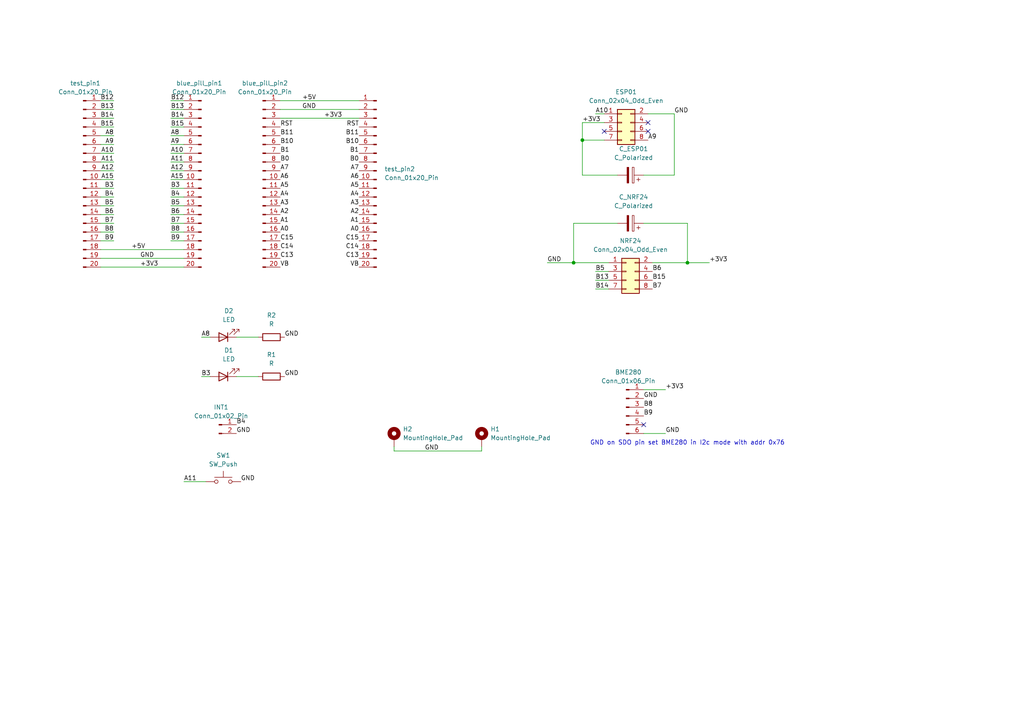
<source format=kicad_sch>
(kicad_sch
	(version 20250114)
	(generator "eeschema")
	(generator_version "9.0")
	(uuid "b528090c-f9f0-4871-800e-f3a3e9ca2018")
	(paper "A4")
	(lib_symbols
		(symbol "Connector:Conn_01x02_Pin"
			(pin_names
				(offset 1.016)
				(hide yes)
			)
			(exclude_from_sim no)
			(in_bom yes)
			(on_board yes)
			(property "Reference" "J"
				(at 0 2.54 0)
				(effects
					(font
						(size 1.27 1.27)
					)
				)
			)
			(property "Value" "Conn_01x02_Pin"
				(at 0 -5.08 0)
				(effects
					(font
						(size 1.27 1.27)
					)
				)
			)
			(property "Footprint" ""
				(at 0 0 0)
				(effects
					(font
						(size 1.27 1.27)
					)
					(hide yes)
				)
			)
			(property "Datasheet" "~"
				(at 0 0 0)
				(effects
					(font
						(size 1.27 1.27)
					)
					(hide yes)
				)
			)
			(property "Description" "Generic connector, single row, 01x02, script generated"
				(at 0 0 0)
				(effects
					(font
						(size 1.27 1.27)
					)
					(hide yes)
				)
			)
			(property "ki_locked" ""
				(at 0 0 0)
				(effects
					(font
						(size 1.27 1.27)
					)
				)
			)
			(property "ki_keywords" "connector"
				(at 0 0 0)
				(effects
					(font
						(size 1.27 1.27)
					)
					(hide yes)
				)
			)
			(property "ki_fp_filters" "Connector*:*_1x??_*"
				(at 0 0 0)
				(effects
					(font
						(size 1.27 1.27)
					)
					(hide yes)
				)
			)
			(symbol "Conn_01x02_Pin_1_1"
				(rectangle
					(start 0.8636 0.127)
					(end 0 -0.127)
					(stroke
						(width 0.1524)
						(type default)
					)
					(fill
						(type outline)
					)
				)
				(rectangle
					(start 0.8636 -2.413)
					(end 0 -2.667)
					(stroke
						(width 0.1524)
						(type default)
					)
					(fill
						(type outline)
					)
				)
				(polyline
					(pts
						(xy 1.27 0) (xy 0.8636 0)
					)
					(stroke
						(width 0.1524)
						(type default)
					)
					(fill
						(type none)
					)
				)
				(polyline
					(pts
						(xy 1.27 -2.54) (xy 0.8636 -2.54)
					)
					(stroke
						(width 0.1524)
						(type default)
					)
					(fill
						(type none)
					)
				)
				(pin passive line
					(at 5.08 0 180)
					(length 3.81)
					(name "Pin_1"
						(effects
							(font
								(size 1.27 1.27)
							)
						)
					)
					(number "1"
						(effects
							(font
								(size 1.27 1.27)
							)
						)
					)
				)
				(pin passive line
					(at 5.08 -2.54 180)
					(length 3.81)
					(name "Pin_2"
						(effects
							(font
								(size 1.27 1.27)
							)
						)
					)
					(number "2"
						(effects
							(font
								(size 1.27 1.27)
							)
						)
					)
				)
			)
			(embedded_fonts no)
		)
		(symbol "Connector:Conn_01x06_Pin"
			(pin_names
				(offset 1.016)
				(hide yes)
			)
			(exclude_from_sim no)
			(in_bom yes)
			(on_board yes)
			(property "Reference" "J"
				(at 0 7.62 0)
				(effects
					(font
						(size 1.27 1.27)
					)
				)
			)
			(property "Value" "Conn_01x06_Pin"
				(at 0 -10.16 0)
				(effects
					(font
						(size 1.27 1.27)
					)
				)
			)
			(property "Footprint" ""
				(at 0 0 0)
				(effects
					(font
						(size 1.27 1.27)
					)
					(hide yes)
				)
			)
			(property "Datasheet" "~"
				(at 0 0 0)
				(effects
					(font
						(size 1.27 1.27)
					)
					(hide yes)
				)
			)
			(property "Description" "Generic connector, single row, 01x06, script generated"
				(at 0 0 0)
				(effects
					(font
						(size 1.27 1.27)
					)
					(hide yes)
				)
			)
			(property "ki_locked" ""
				(at 0 0 0)
				(effects
					(font
						(size 1.27 1.27)
					)
				)
			)
			(property "ki_keywords" "connector"
				(at 0 0 0)
				(effects
					(font
						(size 1.27 1.27)
					)
					(hide yes)
				)
			)
			(property "ki_fp_filters" "Connector*:*_1x??_*"
				(at 0 0 0)
				(effects
					(font
						(size 1.27 1.27)
					)
					(hide yes)
				)
			)
			(symbol "Conn_01x06_Pin_1_1"
				(rectangle
					(start 0.8636 5.207)
					(end 0 4.953)
					(stroke
						(width 0.1524)
						(type default)
					)
					(fill
						(type outline)
					)
				)
				(rectangle
					(start 0.8636 2.667)
					(end 0 2.413)
					(stroke
						(width 0.1524)
						(type default)
					)
					(fill
						(type outline)
					)
				)
				(rectangle
					(start 0.8636 0.127)
					(end 0 -0.127)
					(stroke
						(width 0.1524)
						(type default)
					)
					(fill
						(type outline)
					)
				)
				(rectangle
					(start 0.8636 -2.413)
					(end 0 -2.667)
					(stroke
						(width 0.1524)
						(type default)
					)
					(fill
						(type outline)
					)
				)
				(rectangle
					(start 0.8636 -4.953)
					(end 0 -5.207)
					(stroke
						(width 0.1524)
						(type default)
					)
					(fill
						(type outline)
					)
				)
				(rectangle
					(start 0.8636 -7.493)
					(end 0 -7.747)
					(stroke
						(width 0.1524)
						(type default)
					)
					(fill
						(type outline)
					)
				)
				(polyline
					(pts
						(xy 1.27 5.08) (xy 0.8636 5.08)
					)
					(stroke
						(width 0.1524)
						(type default)
					)
					(fill
						(type none)
					)
				)
				(polyline
					(pts
						(xy 1.27 2.54) (xy 0.8636 2.54)
					)
					(stroke
						(width 0.1524)
						(type default)
					)
					(fill
						(type none)
					)
				)
				(polyline
					(pts
						(xy 1.27 0) (xy 0.8636 0)
					)
					(stroke
						(width 0.1524)
						(type default)
					)
					(fill
						(type none)
					)
				)
				(polyline
					(pts
						(xy 1.27 -2.54) (xy 0.8636 -2.54)
					)
					(stroke
						(width 0.1524)
						(type default)
					)
					(fill
						(type none)
					)
				)
				(polyline
					(pts
						(xy 1.27 -5.08) (xy 0.8636 -5.08)
					)
					(stroke
						(width 0.1524)
						(type default)
					)
					(fill
						(type none)
					)
				)
				(polyline
					(pts
						(xy 1.27 -7.62) (xy 0.8636 -7.62)
					)
					(stroke
						(width 0.1524)
						(type default)
					)
					(fill
						(type none)
					)
				)
				(pin passive line
					(at 5.08 5.08 180)
					(length 3.81)
					(name "Pin_1"
						(effects
							(font
								(size 1.27 1.27)
							)
						)
					)
					(number "1"
						(effects
							(font
								(size 1.27 1.27)
							)
						)
					)
				)
				(pin passive line
					(at 5.08 2.54 180)
					(length 3.81)
					(name "Pin_2"
						(effects
							(font
								(size 1.27 1.27)
							)
						)
					)
					(number "2"
						(effects
							(font
								(size 1.27 1.27)
							)
						)
					)
				)
				(pin passive line
					(at 5.08 0 180)
					(length 3.81)
					(name "Pin_3"
						(effects
							(font
								(size 1.27 1.27)
							)
						)
					)
					(number "3"
						(effects
							(font
								(size 1.27 1.27)
							)
						)
					)
				)
				(pin passive line
					(at 5.08 -2.54 180)
					(length 3.81)
					(name "Pin_4"
						(effects
							(font
								(size 1.27 1.27)
							)
						)
					)
					(number "4"
						(effects
							(font
								(size 1.27 1.27)
							)
						)
					)
				)
				(pin passive line
					(at 5.08 -5.08 180)
					(length 3.81)
					(name "Pin_5"
						(effects
							(font
								(size 1.27 1.27)
							)
						)
					)
					(number "5"
						(effects
							(font
								(size 1.27 1.27)
							)
						)
					)
				)
				(pin passive line
					(at 5.08 -7.62 180)
					(length 3.81)
					(name "Pin_6"
						(effects
							(font
								(size 1.27 1.27)
							)
						)
					)
					(number "6"
						(effects
							(font
								(size 1.27 1.27)
							)
						)
					)
				)
			)
			(embedded_fonts no)
		)
		(symbol "Connector:Conn_01x20_Pin"
			(pin_names
				(offset 1.016)
				(hide yes)
			)
			(exclude_from_sim no)
			(in_bom yes)
			(on_board yes)
			(property "Reference" "J"
				(at 0 25.4 0)
				(effects
					(font
						(size 1.27 1.27)
					)
				)
			)
			(property "Value" "Conn_01x20_Pin"
				(at 0 -27.94 0)
				(effects
					(font
						(size 1.27 1.27)
					)
				)
			)
			(property "Footprint" ""
				(at 0 0 0)
				(effects
					(font
						(size 1.27 1.27)
					)
					(hide yes)
				)
			)
			(property "Datasheet" "~"
				(at 0 0 0)
				(effects
					(font
						(size 1.27 1.27)
					)
					(hide yes)
				)
			)
			(property "Description" "Generic connector, single row, 01x20, script generated"
				(at 0 0 0)
				(effects
					(font
						(size 1.27 1.27)
					)
					(hide yes)
				)
			)
			(property "ki_locked" ""
				(at 0 0 0)
				(effects
					(font
						(size 1.27 1.27)
					)
				)
			)
			(property "ki_keywords" "connector"
				(at 0 0 0)
				(effects
					(font
						(size 1.27 1.27)
					)
					(hide yes)
				)
			)
			(property "ki_fp_filters" "Connector*:*_1x??_*"
				(at 0 0 0)
				(effects
					(font
						(size 1.27 1.27)
					)
					(hide yes)
				)
			)
			(symbol "Conn_01x20_Pin_1_1"
				(rectangle
					(start 0.8636 22.987)
					(end 0 22.733)
					(stroke
						(width 0.1524)
						(type default)
					)
					(fill
						(type outline)
					)
				)
				(rectangle
					(start 0.8636 20.447)
					(end 0 20.193)
					(stroke
						(width 0.1524)
						(type default)
					)
					(fill
						(type outline)
					)
				)
				(rectangle
					(start 0.8636 17.907)
					(end 0 17.653)
					(stroke
						(width 0.1524)
						(type default)
					)
					(fill
						(type outline)
					)
				)
				(rectangle
					(start 0.8636 15.367)
					(end 0 15.113)
					(stroke
						(width 0.1524)
						(type default)
					)
					(fill
						(type outline)
					)
				)
				(rectangle
					(start 0.8636 12.827)
					(end 0 12.573)
					(stroke
						(width 0.1524)
						(type default)
					)
					(fill
						(type outline)
					)
				)
				(rectangle
					(start 0.8636 10.287)
					(end 0 10.033)
					(stroke
						(width 0.1524)
						(type default)
					)
					(fill
						(type outline)
					)
				)
				(rectangle
					(start 0.8636 7.747)
					(end 0 7.493)
					(stroke
						(width 0.1524)
						(type default)
					)
					(fill
						(type outline)
					)
				)
				(rectangle
					(start 0.8636 5.207)
					(end 0 4.953)
					(stroke
						(width 0.1524)
						(type default)
					)
					(fill
						(type outline)
					)
				)
				(rectangle
					(start 0.8636 2.667)
					(end 0 2.413)
					(stroke
						(width 0.1524)
						(type default)
					)
					(fill
						(type outline)
					)
				)
				(rectangle
					(start 0.8636 0.127)
					(end 0 -0.127)
					(stroke
						(width 0.1524)
						(type default)
					)
					(fill
						(type outline)
					)
				)
				(rectangle
					(start 0.8636 -2.413)
					(end 0 -2.667)
					(stroke
						(width 0.1524)
						(type default)
					)
					(fill
						(type outline)
					)
				)
				(rectangle
					(start 0.8636 -4.953)
					(end 0 -5.207)
					(stroke
						(width 0.1524)
						(type default)
					)
					(fill
						(type outline)
					)
				)
				(rectangle
					(start 0.8636 -7.493)
					(end 0 -7.747)
					(stroke
						(width 0.1524)
						(type default)
					)
					(fill
						(type outline)
					)
				)
				(rectangle
					(start 0.8636 -10.033)
					(end 0 -10.287)
					(stroke
						(width 0.1524)
						(type default)
					)
					(fill
						(type outline)
					)
				)
				(rectangle
					(start 0.8636 -12.573)
					(end 0 -12.827)
					(stroke
						(width 0.1524)
						(type default)
					)
					(fill
						(type outline)
					)
				)
				(rectangle
					(start 0.8636 -15.113)
					(end 0 -15.367)
					(stroke
						(width 0.1524)
						(type default)
					)
					(fill
						(type outline)
					)
				)
				(rectangle
					(start 0.8636 -17.653)
					(end 0 -17.907)
					(stroke
						(width 0.1524)
						(type default)
					)
					(fill
						(type outline)
					)
				)
				(rectangle
					(start 0.8636 -20.193)
					(end 0 -20.447)
					(stroke
						(width 0.1524)
						(type default)
					)
					(fill
						(type outline)
					)
				)
				(rectangle
					(start 0.8636 -22.733)
					(end 0 -22.987)
					(stroke
						(width 0.1524)
						(type default)
					)
					(fill
						(type outline)
					)
				)
				(rectangle
					(start 0.8636 -25.273)
					(end 0 -25.527)
					(stroke
						(width 0.1524)
						(type default)
					)
					(fill
						(type outline)
					)
				)
				(polyline
					(pts
						(xy 1.27 22.86) (xy 0.8636 22.86)
					)
					(stroke
						(width 0.1524)
						(type default)
					)
					(fill
						(type none)
					)
				)
				(polyline
					(pts
						(xy 1.27 20.32) (xy 0.8636 20.32)
					)
					(stroke
						(width 0.1524)
						(type default)
					)
					(fill
						(type none)
					)
				)
				(polyline
					(pts
						(xy 1.27 17.78) (xy 0.8636 17.78)
					)
					(stroke
						(width 0.1524)
						(type default)
					)
					(fill
						(type none)
					)
				)
				(polyline
					(pts
						(xy 1.27 15.24) (xy 0.8636 15.24)
					)
					(stroke
						(width 0.1524)
						(type default)
					)
					(fill
						(type none)
					)
				)
				(polyline
					(pts
						(xy 1.27 12.7) (xy 0.8636 12.7)
					)
					(stroke
						(width 0.1524)
						(type default)
					)
					(fill
						(type none)
					)
				)
				(polyline
					(pts
						(xy 1.27 10.16) (xy 0.8636 10.16)
					)
					(stroke
						(width 0.1524)
						(type default)
					)
					(fill
						(type none)
					)
				)
				(polyline
					(pts
						(xy 1.27 7.62) (xy 0.8636 7.62)
					)
					(stroke
						(width 0.1524)
						(type default)
					)
					(fill
						(type none)
					)
				)
				(polyline
					(pts
						(xy 1.27 5.08) (xy 0.8636 5.08)
					)
					(stroke
						(width 0.1524)
						(type default)
					)
					(fill
						(type none)
					)
				)
				(polyline
					(pts
						(xy 1.27 2.54) (xy 0.8636 2.54)
					)
					(stroke
						(width 0.1524)
						(type default)
					)
					(fill
						(type none)
					)
				)
				(polyline
					(pts
						(xy 1.27 0) (xy 0.8636 0)
					)
					(stroke
						(width 0.1524)
						(type default)
					)
					(fill
						(type none)
					)
				)
				(polyline
					(pts
						(xy 1.27 -2.54) (xy 0.8636 -2.54)
					)
					(stroke
						(width 0.1524)
						(type default)
					)
					(fill
						(type none)
					)
				)
				(polyline
					(pts
						(xy 1.27 -5.08) (xy 0.8636 -5.08)
					)
					(stroke
						(width 0.1524)
						(type default)
					)
					(fill
						(type none)
					)
				)
				(polyline
					(pts
						(xy 1.27 -7.62) (xy 0.8636 -7.62)
					)
					(stroke
						(width 0.1524)
						(type default)
					)
					(fill
						(type none)
					)
				)
				(polyline
					(pts
						(xy 1.27 -10.16) (xy 0.8636 -10.16)
					)
					(stroke
						(width 0.1524)
						(type default)
					)
					(fill
						(type none)
					)
				)
				(polyline
					(pts
						(xy 1.27 -12.7) (xy 0.8636 -12.7)
					)
					(stroke
						(width 0.1524)
						(type default)
					)
					(fill
						(type none)
					)
				)
				(polyline
					(pts
						(xy 1.27 -15.24) (xy 0.8636 -15.24)
					)
					(stroke
						(width 0.1524)
						(type default)
					)
					(fill
						(type none)
					)
				)
				(polyline
					(pts
						(xy 1.27 -17.78) (xy 0.8636 -17.78)
					)
					(stroke
						(width 0.1524)
						(type default)
					)
					(fill
						(type none)
					)
				)
				(polyline
					(pts
						(xy 1.27 -20.32) (xy 0.8636 -20.32)
					)
					(stroke
						(width 0.1524)
						(type default)
					)
					(fill
						(type none)
					)
				)
				(polyline
					(pts
						(xy 1.27 -22.86) (xy 0.8636 -22.86)
					)
					(stroke
						(width 0.1524)
						(type default)
					)
					(fill
						(type none)
					)
				)
				(polyline
					(pts
						(xy 1.27 -25.4) (xy 0.8636 -25.4)
					)
					(stroke
						(width 0.1524)
						(type default)
					)
					(fill
						(type none)
					)
				)
				(pin passive line
					(at 5.08 22.86 180)
					(length 3.81)
					(name "Pin_1"
						(effects
							(font
								(size 1.27 1.27)
							)
						)
					)
					(number "1"
						(effects
							(font
								(size 1.27 1.27)
							)
						)
					)
				)
				(pin passive line
					(at 5.08 20.32 180)
					(length 3.81)
					(name "Pin_2"
						(effects
							(font
								(size 1.27 1.27)
							)
						)
					)
					(number "2"
						(effects
							(font
								(size 1.27 1.27)
							)
						)
					)
				)
				(pin passive line
					(at 5.08 17.78 180)
					(length 3.81)
					(name "Pin_3"
						(effects
							(font
								(size 1.27 1.27)
							)
						)
					)
					(number "3"
						(effects
							(font
								(size 1.27 1.27)
							)
						)
					)
				)
				(pin passive line
					(at 5.08 15.24 180)
					(length 3.81)
					(name "Pin_4"
						(effects
							(font
								(size 1.27 1.27)
							)
						)
					)
					(number "4"
						(effects
							(font
								(size 1.27 1.27)
							)
						)
					)
				)
				(pin passive line
					(at 5.08 12.7 180)
					(length 3.81)
					(name "Pin_5"
						(effects
							(font
								(size 1.27 1.27)
							)
						)
					)
					(number "5"
						(effects
							(font
								(size 1.27 1.27)
							)
						)
					)
				)
				(pin passive line
					(at 5.08 10.16 180)
					(length 3.81)
					(name "Pin_6"
						(effects
							(font
								(size 1.27 1.27)
							)
						)
					)
					(number "6"
						(effects
							(font
								(size 1.27 1.27)
							)
						)
					)
				)
				(pin passive line
					(at 5.08 7.62 180)
					(length 3.81)
					(name "Pin_7"
						(effects
							(font
								(size 1.27 1.27)
							)
						)
					)
					(number "7"
						(effects
							(font
								(size 1.27 1.27)
							)
						)
					)
				)
				(pin passive line
					(at 5.08 5.08 180)
					(length 3.81)
					(name "Pin_8"
						(effects
							(font
								(size 1.27 1.27)
							)
						)
					)
					(number "8"
						(effects
							(font
								(size 1.27 1.27)
							)
						)
					)
				)
				(pin passive line
					(at 5.08 2.54 180)
					(length 3.81)
					(name "Pin_9"
						(effects
							(font
								(size 1.27 1.27)
							)
						)
					)
					(number "9"
						(effects
							(font
								(size 1.27 1.27)
							)
						)
					)
				)
				(pin passive line
					(at 5.08 0 180)
					(length 3.81)
					(name "Pin_10"
						(effects
							(font
								(size 1.27 1.27)
							)
						)
					)
					(number "10"
						(effects
							(font
								(size 1.27 1.27)
							)
						)
					)
				)
				(pin passive line
					(at 5.08 -2.54 180)
					(length 3.81)
					(name "Pin_11"
						(effects
							(font
								(size 1.27 1.27)
							)
						)
					)
					(number "11"
						(effects
							(font
								(size 1.27 1.27)
							)
						)
					)
				)
				(pin passive line
					(at 5.08 -5.08 180)
					(length 3.81)
					(name "Pin_12"
						(effects
							(font
								(size 1.27 1.27)
							)
						)
					)
					(number "12"
						(effects
							(font
								(size 1.27 1.27)
							)
						)
					)
				)
				(pin passive line
					(at 5.08 -7.62 180)
					(length 3.81)
					(name "Pin_13"
						(effects
							(font
								(size 1.27 1.27)
							)
						)
					)
					(number "13"
						(effects
							(font
								(size 1.27 1.27)
							)
						)
					)
				)
				(pin passive line
					(at 5.08 -10.16 180)
					(length 3.81)
					(name "Pin_14"
						(effects
							(font
								(size 1.27 1.27)
							)
						)
					)
					(number "14"
						(effects
							(font
								(size 1.27 1.27)
							)
						)
					)
				)
				(pin passive line
					(at 5.08 -12.7 180)
					(length 3.81)
					(name "Pin_15"
						(effects
							(font
								(size 1.27 1.27)
							)
						)
					)
					(number "15"
						(effects
							(font
								(size 1.27 1.27)
							)
						)
					)
				)
				(pin passive line
					(at 5.08 -15.24 180)
					(length 3.81)
					(name "Pin_16"
						(effects
							(font
								(size 1.27 1.27)
							)
						)
					)
					(number "16"
						(effects
							(font
								(size 1.27 1.27)
							)
						)
					)
				)
				(pin passive line
					(at 5.08 -17.78 180)
					(length 3.81)
					(name "Pin_17"
						(effects
							(font
								(size 1.27 1.27)
							)
						)
					)
					(number "17"
						(effects
							(font
								(size 1.27 1.27)
							)
						)
					)
				)
				(pin passive line
					(at 5.08 -20.32 180)
					(length 3.81)
					(name "Pin_18"
						(effects
							(font
								(size 1.27 1.27)
							)
						)
					)
					(number "18"
						(effects
							(font
								(size 1.27 1.27)
							)
						)
					)
				)
				(pin passive line
					(at 5.08 -22.86 180)
					(length 3.81)
					(name "Pin_19"
						(effects
							(font
								(size 1.27 1.27)
							)
						)
					)
					(number "19"
						(effects
							(font
								(size 1.27 1.27)
							)
						)
					)
				)
				(pin passive line
					(at 5.08 -25.4 180)
					(length 3.81)
					(name "Pin_20"
						(effects
							(font
								(size 1.27 1.27)
							)
						)
					)
					(number "20"
						(effects
							(font
								(size 1.27 1.27)
							)
						)
					)
				)
			)
			(embedded_fonts no)
		)
		(symbol "Connector_Generic:Conn_02x04_Odd_Even"
			(pin_names
				(offset 1.016)
				(hide yes)
			)
			(exclude_from_sim no)
			(in_bom yes)
			(on_board yes)
			(property "Reference" "J"
				(at 1.27 5.08 0)
				(effects
					(font
						(size 1.27 1.27)
					)
				)
			)
			(property "Value" "Conn_02x04_Odd_Even"
				(at 1.27 -7.62 0)
				(effects
					(font
						(size 1.27 1.27)
					)
				)
			)
			(property "Footprint" ""
				(at 0 0 0)
				(effects
					(font
						(size 1.27 1.27)
					)
					(hide yes)
				)
			)
			(property "Datasheet" "~"
				(at 0 0 0)
				(effects
					(font
						(size 1.27 1.27)
					)
					(hide yes)
				)
			)
			(property "Description" "Generic connector, double row, 02x04, odd/even pin numbering scheme (row 1 odd numbers, row 2 even numbers), script generated (kicad-library-utils/schlib/autogen/connector/)"
				(at 0 0 0)
				(effects
					(font
						(size 1.27 1.27)
					)
					(hide yes)
				)
			)
			(property "ki_keywords" "connector"
				(at 0 0 0)
				(effects
					(font
						(size 1.27 1.27)
					)
					(hide yes)
				)
			)
			(property "ki_fp_filters" "Connector*:*_2x??_*"
				(at 0 0 0)
				(effects
					(font
						(size 1.27 1.27)
					)
					(hide yes)
				)
			)
			(symbol "Conn_02x04_Odd_Even_1_1"
				(rectangle
					(start -1.27 3.81)
					(end 3.81 -6.35)
					(stroke
						(width 0.254)
						(type default)
					)
					(fill
						(type background)
					)
				)
				(rectangle
					(start -1.27 2.667)
					(end 0 2.413)
					(stroke
						(width 0.1524)
						(type default)
					)
					(fill
						(type none)
					)
				)
				(rectangle
					(start -1.27 0.127)
					(end 0 -0.127)
					(stroke
						(width 0.1524)
						(type default)
					)
					(fill
						(type none)
					)
				)
				(rectangle
					(start -1.27 -2.413)
					(end 0 -2.667)
					(stroke
						(width 0.1524)
						(type default)
					)
					(fill
						(type none)
					)
				)
				(rectangle
					(start -1.27 -4.953)
					(end 0 -5.207)
					(stroke
						(width 0.1524)
						(type default)
					)
					(fill
						(type none)
					)
				)
				(rectangle
					(start 3.81 2.667)
					(end 2.54 2.413)
					(stroke
						(width 0.1524)
						(type default)
					)
					(fill
						(type none)
					)
				)
				(rectangle
					(start 3.81 0.127)
					(end 2.54 -0.127)
					(stroke
						(width 0.1524)
						(type default)
					)
					(fill
						(type none)
					)
				)
				(rectangle
					(start 3.81 -2.413)
					(end 2.54 -2.667)
					(stroke
						(width 0.1524)
						(type default)
					)
					(fill
						(type none)
					)
				)
				(rectangle
					(start 3.81 -4.953)
					(end 2.54 -5.207)
					(stroke
						(width 0.1524)
						(type default)
					)
					(fill
						(type none)
					)
				)
				(pin passive line
					(at -5.08 2.54 0)
					(length 3.81)
					(name "Pin_1"
						(effects
							(font
								(size 1.27 1.27)
							)
						)
					)
					(number "1"
						(effects
							(font
								(size 1.27 1.27)
							)
						)
					)
				)
				(pin passive line
					(at -5.08 0 0)
					(length 3.81)
					(name "Pin_3"
						(effects
							(font
								(size 1.27 1.27)
							)
						)
					)
					(number "3"
						(effects
							(font
								(size 1.27 1.27)
							)
						)
					)
				)
				(pin passive line
					(at -5.08 -2.54 0)
					(length 3.81)
					(name "Pin_5"
						(effects
							(font
								(size 1.27 1.27)
							)
						)
					)
					(number "5"
						(effects
							(font
								(size 1.27 1.27)
							)
						)
					)
				)
				(pin passive line
					(at -5.08 -5.08 0)
					(length 3.81)
					(name "Pin_7"
						(effects
							(font
								(size 1.27 1.27)
							)
						)
					)
					(number "7"
						(effects
							(font
								(size 1.27 1.27)
							)
						)
					)
				)
				(pin passive line
					(at 7.62 2.54 180)
					(length 3.81)
					(name "Pin_2"
						(effects
							(font
								(size 1.27 1.27)
							)
						)
					)
					(number "2"
						(effects
							(font
								(size 1.27 1.27)
							)
						)
					)
				)
				(pin passive line
					(at 7.62 0 180)
					(length 3.81)
					(name "Pin_4"
						(effects
							(font
								(size 1.27 1.27)
							)
						)
					)
					(number "4"
						(effects
							(font
								(size 1.27 1.27)
							)
						)
					)
				)
				(pin passive line
					(at 7.62 -2.54 180)
					(length 3.81)
					(name "Pin_6"
						(effects
							(font
								(size 1.27 1.27)
							)
						)
					)
					(number "6"
						(effects
							(font
								(size 1.27 1.27)
							)
						)
					)
				)
				(pin passive line
					(at 7.62 -5.08 180)
					(length 3.81)
					(name "Pin_8"
						(effects
							(font
								(size 1.27 1.27)
							)
						)
					)
					(number "8"
						(effects
							(font
								(size 1.27 1.27)
							)
						)
					)
				)
			)
			(embedded_fonts no)
		)
		(symbol "Device:C_Polarized"
			(pin_numbers
				(hide yes)
			)
			(pin_names
				(offset 0.254)
			)
			(exclude_from_sim no)
			(in_bom yes)
			(on_board yes)
			(property "Reference" "C"
				(at 0.635 2.54 0)
				(effects
					(font
						(size 1.27 1.27)
					)
					(justify left)
				)
			)
			(property "Value" "C_Polarized"
				(at 0.635 -2.54 0)
				(effects
					(font
						(size 1.27 1.27)
					)
					(justify left)
				)
			)
			(property "Footprint" ""
				(at 0.9652 -3.81 0)
				(effects
					(font
						(size 1.27 1.27)
					)
					(hide yes)
				)
			)
			(property "Datasheet" "~"
				(at 0 0 0)
				(effects
					(font
						(size 1.27 1.27)
					)
					(hide yes)
				)
			)
			(property "Description" "Polarized capacitor"
				(at 0 0 0)
				(effects
					(font
						(size 1.27 1.27)
					)
					(hide yes)
				)
			)
			(property "ki_keywords" "cap capacitor"
				(at 0 0 0)
				(effects
					(font
						(size 1.27 1.27)
					)
					(hide yes)
				)
			)
			(property "ki_fp_filters" "CP_*"
				(at 0 0 0)
				(effects
					(font
						(size 1.27 1.27)
					)
					(hide yes)
				)
			)
			(symbol "C_Polarized_0_1"
				(rectangle
					(start -2.286 0.508)
					(end 2.286 1.016)
					(stroke
						(width 0)
						(type default)
					)
					(fill
						(type none)
					)
				)
				(polyline
					(pts
						(xy -1.778 2.286) (xy -0.762 2.286)
					)
					(stroke
						(width 0)
						(type default)
					)
					(fill
						(type none)
					)
				)
				(polyline
					(pts
						(xy -1.27 2.794) (xy -1.27 1.778)
					)
					(stroke
						(width 0)
						(type default)
					)
					(fill
						(type none)
					)
				)
				(rectangle
					(start 2.286 -0.508)
					(end -2.286 -1.016)
					(stroke
						(width 0)
						(type default)
					)
					(fill
						(type outline)
					)
				)
			)
			(symbol "C_Polarized_1_1"
				(pin passive line
					(at 0 3.81 270)
					(length 2.794)
					(name "~"
						(effects
							(font
								(size 1.27 1.27)
							)
						)
					)
					(number "1"
						(effects
							(font
								(size 1.27 1.27)
							)
						)
					)
				)
				(pin passive line
					(at 0 -3.81 90)
					(length 2.794)
					(name "~"
						(effects
							(font
								(size 1.27 1.27)
							)
						)
					)
					(number "2"
						(effects
							(font
								(size 1.27 1.27)
							)
						)
					)
				)
			)
			(embedded_fonts no)
		)
		(symbol "Device:LED"
			(pin_numbers
				(hide yes)
			)
			(pin_names
				(offset 1.016)
				(hide yes)
			)
			(exclude_from_sim no)
			(in_bom yes)
			(on_board yes)
			(property "Reference" "D"
				(at 0 2.54 0)
				(effects
					(font
						(size 1.27 1.27)
					)
				)
			)
			(property "Value" "LED"
				(at 0 -2.54 0)
				(effects
					(font
						(size 1.27 1.27)
					)
				)
			)
			(property "Footprint" ""
				(at 0 0 0)
				(effects
					(font
						(size 1.27 1.27)
					)
					(hide yes)
				)
			)
			(property "Datasheet" "~"
				(at 0 0 0)
				(effects
					(font
						(size 1.27 1.27)
					)
					(hide yes)
				)
			)
			(property "Description" "Light emitting diode"
				(at 0 0 0)
				(effects
					(font
						(size 1.27 1.27)
					)
					(hide yes)
				)
			)
			(property "Sim.Pins" "1=K 2=A"
				(at 0 0 0)
				(effects
					(font
						(size 1.27 1.27)
					)
					(hide yes)
				)
			)
			(property "ki_keywords" "LED diode"
				(at 0 0 0)
				(effects
					(font
						(size 1.27 1.27)
					)
					(hide yes)
				)
			)
			(property "ki_fp_filters" "LED* LED_SMD:* LED_THT:*"
				(at 0 0 0)
				(effects
					(font
						(size 1.27 1.27)
					)
					(hide yes)
				)
			)
			(symbol "LED_0_1"
				(polyline
					(pts
						(xy -3.048 -0.762) (xy -4.572 -2.286) (xy -3.81 -2.286) (xy -4.572 -2.286) (xy -4.572 -1.524)
					)
					(stroke
						(width 0)
						(type default)
					)
					(fill
						(type none)
					)
				)
				(polyline
					(pts
						(xy -1.778 -0.762) (xy -3.302 -2.286) (xy -2.54 -2.286) (xy -3.302 -2.286) (xy -3.302 -1.524)
					)
					(stroke
						(width 0)
						(type default)
					)
					(fill
						(type none)
					)
				)
				(polyline
					(pts
						(xy -1.27 0) (xy 1.27 0)
					)
					(stroke
						(width 0)
						(type default)
					)
					(fill
						(type none)
					)
				)
				(polyline
					(pts
						(xy -1.27 -1.27) (xy -1.27 1.27)
					)
					(stroke
						(width 0.254)
						(type default)
					)
					(fill
						(type none)
					)
				)
				(polyline
					(pts
						(xy 1.27 -1.27) (xy 1.27 1.27) (xy -1.27 0) (xy 1.27 -1.27)
					)
					(stroke
						(width 0.254)
						(type default)
					)
					(fill
						(type none)
					)
				)
			)
			(symbol "LED_1_1"
				(pin passive line
					(at -3.81 0 0)
					(length 2.54)
					(name "K"
						(effects
							(font
								(size 1.27 1.27)
							)
						)
					)
					(number "1"
						(effects
							(font
								(size 1.27 1.27)
							)
						)
					)
				)
				(pin passive line
					(at 3.81 0 180)
					(length 2.54)
					(name "A"
						(effects
							(font
								(size 1.27 1.27)
							)
						)
					)
					(number "2"
						(effects
							(font
								(size 1.27 1.27)
							)
						)
					)
				)
			)
			(embedded_fonts no)
		)
		(symbol "Device:R"
			(pin_numbers
				(hide yes)
			)
			(pin_names
				(offset 0)
			)
			(exclude_from_sim no)
			(in_bom yes)
			(on_board yes)
			(property "Reference" "R"
				(at 2.032 0 90)
				(effects
					(font
						(size 1.27 1.27)
					)
				)
			)
			(property "Value" "R"
				(at 0 0 90)
				(effects
					(font
						(size 1.27 1.27)
					)
				)
			)
			(property "Footprint" ""
				(at -1.778 0 90)
				(effects
					(font
						(size 1.27 1.27)
					)
					(hide yes)
				)
			)
			(property "Datasheet" "~"
				(at 0 0 0)
				(effects
					(font
						(size 1.27 1.27)
					)
					(hide yes)
				)
			)
			(property "Description" "Resistor"
				(at 0 0 0)
				(effects
					(font
						(size 1.27 1.27)
					)
					(hide yes)
				)
			)
			(property "ki_keywords" "R res resistor"
				(at 0 0 0)
				(effects
					(font
						(size 1.27 1.27)
					)
					(hide yes)
				)
			)
			(property "ki_fp_filters" "R_*"
				(at 0 0 0)
				(effects
					(font
						(size 1.27 1.27)
					)
					(hide yes)
				)
			)
			(symbol "R_0_1"
				(rectangle
					(start -1.016 -2.54)
					(end 1.016 2.54)
					(stroke
						(width 0.254)
						(type default)
					)
					(fill
						(type none)
					)
				)
			)
			(symbol "R_1_1"
				(pin passive line
					(at 0 3.81 270)
					(length 1.27)
					(name "~"
						(effects
							(font
								(size 1.27 1.27)
							)
						)
					)
					(number "1"
						(effects
							(font
								(size 1.27 1.27)
							)
						)
					)
				)
				(pin passive line
					(at 0 -3.81 90)
					(length 1.27)
					(name "~"
						(effects
							(font
								(size 1.27 1.27)
							)
						)
					)
					(number "2"
						(effects
							(font
								(size 1.27 1.27)
							)
						)
					)
				)
			)
			(embedded_fonts no)
		)
		(symbol "Mechanical:MountingHole_Pad"
			(pin_numbers
				(hide yes)
			)
			(pin_names
				(offset 1.016)
				(hide yes)
			)
			(exclude_from_sim no)
			(in_bom no)
			(on_board yes)
			(property "Reference" "H"
				(at 0 6.35 0)
				(effects
					(font
						(size 1.27 1.27)
					)
				)
			)
			(property "Value" "MountingHole_Pad"
				(at 0 4.445 0)
				(effects
					(font
						(size 1.27 1.27)
					)
				)
			)
			(property "Footprint" ""
				(at 0 0 0)
				(effects
					(font
						(size 1.27 1.27)
					)
					(hide yes)
				)
			)
			(property "Datasheet" "~"
				(at 0 0 0)
				(effects
					(font
						(size 1.27 1.27)
					)
					(hide yes)
				)
			)
			(property "Description" "Mounting Hole with connection"
				(at 0 0 0)
				(effects
					(font
						(size 1.27 1.27)
					)
					(hide yes)
				)
			)
			(property "ki_keywords" "mounting hole"
				(at 0 0 0)
				(effects
					(font
						(size 1.27 1.27)
					)
					(hide yes)
				)
			)
			(property "ki_fp_filters" "MountingHole*Pad*"
				(at 0 0 0)
				(effects
					(font
						(size 1.27 1.27)
					)
					(hide yes)
				)
			)
			(symbol "MountingHole_Pad_0_1"
				(circle
					(center 0 1.27)
					(radius 1.27)
					(stroke
						(width 1.27)
						(type default)
					)
					(fill
						(type none)
					)
				)
			)
			(symbol "MountingHole_Pad_1_1"
				(pin input line
					(at 0 -2.54 90)
					(length 2.54)
					(name "1"
						(effects
							(font
								(size 1.27 1.27)
							)
						)
					)
					(number "1"
						(effects
							(font
								(size 1.27 1.27)
							)
						)
					)
				)
			)
			(embedded_fonts no)
		)
		(symbol "Switch:SW_Push"
			(pin_numbers
				(hide yes)
			)
			(pin_names
				(offset 1.016)
				(hide yes)
			)
			(exclude_from_sim no)
			(in_bom yes)
			(on_board yes)
			(property "Reference" "SW"
				(at 1.27 2.54 0)
				(effects
					(font
						(size 1.27 1.27)
					)
					(justify left)
				)
			)
			(property "Value" "SW_Push"
				(at 0 -1.524 0)
				(effects
					(font
						(size 1.27 1.27)
					)
				)
			)
			(property "Footprint" ""
				(at 0 5.08 0)
				(effects
					(font
						(size 1.27 1.27)
					)
					(hide yes)
				)
			)
			(property "Datasheet" "~"
				(at 0 5.08 0)
				(effects
					(font
						(size 1.27 1.27)
					)
					(hide yes)
				)
			)
			(property "Description" "Push button switch, generic, two pins"
				(at 0 0 0)
				(effects
					(font
						(size 1.27 1.27)
					)
					(hide yes)
				)
			)
			(property "ki_keywords" "switch normally-open pushbutton push-button"
				(at 0 0 0)
				(effects
					(font
						(size 1.27 1.27)
					)
					(hide yes)
				)
			)
			(symbol "SW_Push_0_1"
				(circle
					(center -2.032 0)
					(radius 0.508)
					(stroke
						(width 0)
						(type default)
					)
					(fill
						(type none)
					)
				)
				(polyline
					(pts
						(xy 0 1.27) (xy 0 3.048)
					)
					(stroke
						(width 0)
						(type default)
					)
					(fill
						(type none)
					)
				)
				(circle
					(center 2.032 0)
					(radius 0.508)
					(stroke
						(width 0)
						(type default)
					)
					(fill
						(type none)
					)
				)
				(polyline
					(pts
						(xy 2.54 1.27) (xy -2.54 1.27)
					)
					(stroke
						(width 0)
						(type default)
					)
					(fill
						(type none)
					)
				)
				(pin passive line
					(at -5.08 0 0)
					(length 2.54)
					(name "1"
						(effects
							(font
								(size 1.27 1.27)
							)
						)
					)
					(number "1"
						(effects
							(font
								(size 1.27 1.27)
							)
						)
					)
				)
				(pin passive line
					(at 5.08 0 180)
					(length 2.54)
					(name "2"
						(effects
							(font
								(size 1.27 1.27)
							)
						)
					)
					(number "2"
						(effects
							(font
								(size 1.27 1.27)
							)
						)
					)
				)
			)
			(embedded_fonts no)
		)
	)
	(text "GND on SDO pin set BME280 in I2c mode with addr 0x76"
		(exclude_from_sim no)
		(at 199.39 128.524 0)
		(effects
			(font
				(size 1.27 1.27)
			)
		)
		(uuid "1452205b-004d-4bf5-8f22-e8a699a570ce")
	)
	(junction
		(at 168.91 40.64)
		(diameter 0)
		(color 0 0 0 0)
		(uuid "65d08160-7d13-4310-892f-473ab0ab147c")
	)
	(junction
		(at 199.39 76.2)
		(diameter 0)
		(color 0 0 0 0)
		(uuid "a59060c7-b86f-470d-818a-ad234ff99f51")
	)
	(junction
		(at 166.37 76.2)
		(diameter 0)
		(color 0 0 0 0)
		(uuid "f59cc2e4-790f-476a-93f3-d93347b798fe")
	)
	(no_connect
		(at 187.96 38.1)
		(uuid "12cb4d99-72f5-4a5d-88e4-b0b0153d81b5")
	)
	(no_connect
		(at 186.69 123.19)
		(uuid "2438a91f-f5c7-42cc-80a9-8b87c890e366")
	)
	(no_connect
		(at 187.96 35.56)
		(uuid "e7172c8f-0f14-4c1c-ba27-96b1ab9d5f21")
	)
	(no_connect
		(at 175.26 38.1)
		(uuid "f2d569cd-8bd5-4906-bf58-4962b5e7e870")
	)
	(wire
		(pts
			(xy 49.53 34.29) (xy 53.34 34.29)
		)
		(stroke
			(width 0)
			(type default)
		)
		(uuid "074c02cf-13ac-47d2-858f-84d29bafc137")
	)
	(wire
		(pts
			(xy 114.3 130.81) (xy 139.7 130.81)
		)
		(stroke
			(width 0)
			(type default)
		)
		(uuid "086d3522-5762-48d8-baaa-51cf0229068e")
	)
	(wire
		(pts
			(xy 49.53 69.85) (xy 53.34 69.85)
		)
		(stroke
			(width 0)
			(type default)
		)
		(uuid "0bcb352d-2685-4336-9448-e47a188d3ee7")
	)
	(wire
		(pts
			(xy 53.34 139.7) (xy 59.69 139.7)
		)
		(stroke
			(width 0)
			(type default)
		)
		(uuid "1158d8a2-b06b-480d-8b1f-c12a6a69e8f3")
	)
	(wire
		(pts
			(xy 205.74 76.2) (xy 199.39 76.2)
		)
		(stroke
			(width 0)
			(type default)
		)
		(uuid "19db1bda-2483-462b-b5c4-065b642f2f34")
	)
	(wire
		(pts
			(xy 49.53 44.45) (xy 53.34 44.45)
		)
		(stroke
			(width 0)
			(type default)
		)
		(uuid "1a4e240f-729f-45fb-a5b4-a4dbe32ea183")
	)
	(wire
		(pts
			(xy 33.02 34.29) (xy 29.21 34.29)
		)
		(stroke
			(width 0)
			(type default)
		)
		(uuid "238c85f8-e6f1-40f1-a9ce-e9f0ad0a1c43")
	)
	(wire
		(pts
			(xy 49.53 59.69) (xy 53.34 59.69)
		)
		(stroke
			(width 0)
			(type default)
		)
		(uuid "244fc20d-0913-433e-a239-413ab5b62d1f")
	)
	(wire
		(pts
			(xy 49.53 67.31) (xy 53.34 67.31)
		)
		(stroke
			(width 0)
			(type default)
		)
		(uuid "2bc4e2b7-1a63-4693-9e0a-1086dee096c2")
	)
	(wire
		(pts
			(xy 33.02 64.77) (xy 29.21 64.77)
		)
		(stroke
			(width 0)
			(type default)
		)
		(uuid "2bd08fa4-007f-4ef9-bb6a-8bfdcd186dee")
	)
	(wire
		(pts
			(xy 49.53 29.21) (xy 53.34 29.21)
		)
		(stroke
			(width 0)
			(type default)
		)
		(uuid "2cb1e734-450a-4dfd-a395-0c23bddf8c6f")
	)
	(wire
		(pts
			(xy 33.02 59.69) (xy 29.21 59.69)
		)
		(stroke
			(width 0)
			(type default)
		)
		(uuid "37207db5-813d-45a9-9f2d-79ee211fa687")
	)
	(wire
		(pts
			(xy 58.42 97.79) (xy 60.96 97.79)
		)
		(stroke
			(width 0)
			(type default)
		)
		(uuid "39d65a94-10e4-49b9-9bbf-1d3265ea6755")
	)
	(wire
		(pts
			(xy 172.72 81.28) (xy 176.53 81.28)
		)
		(stroke
			(width 0)
			(type default)
		)
		(uuid "3c14b699-e623-4516-9d1a-6d1b56cde603")
	)
	(wire
		(pts
			(xy 68.58 97.79) (xy 74.93 97.79)
		)
		(stroke
			(width 0)
			(type default)
		)
		(uuid "3c7e49e1-1757-4ef3-a880-e6ff5e20bf87")
	)
	(wire
		(pts
			(xy 33.02 39.37) (xy 29.21 39.37)
		)
		(stroke
			(width 0)
			(type default)
		)
		(uuid "41dd31d1-605b-4ddf-859e-149dae8ada5f")
	)
	(wire
		(pts
			(xy 49.53 62.23) (xy 53.34 62.23)
		)
		(stroke
			(width 0)
			(type default)
		)
		(uuid "45e549ab-24af-4791-8d63-993b1c07423d")
	)
	(wire
		(pts
			(xy 49.53 46.99) (xy 53.34 46.99)
		)
		(stroke
			(width 0)
			(type default)
		)
		(uuid "474a792e-e69c-4d06-978e-1703fd3fc93a")
	)
	(wire
		(pts
			(xy 168.91 50.8) (xy 168.91 40.64)
		)
		(stroke
			(width 0)
			(type default)
		)
		(uuid "4a01a2a9-2405-4f11-8f6c-ce319e13fd20")
	)
	(wire
		(pts
			(xy 33.02 31.75) (xy 29.21 31.75)
		)
		(stroke
			(width 0)
			(type default)
		)
		(uuid "4d78b9bb-b377-4c5f-ba65-bda77edf9a34")
	)
	(wire
		(pts
			(xy 168.91 40.64) (xy 168.91 35.56)
		)
		(stroke
			(width 0)
			(type default)
		)
		(uuid "55659392-c7ca-4204-89b2-1020f000acec")
	)
	(wire
		(pts
			(xy 186.69 64.77) (xy 199.39 64.77)
		)
		(stroke
			(width 0)
			(type default)
		)
		(uuid "573c6b1b-f272-4b39-a552-6cdefe9c64f5")
	)
	(wire
		(pts
			(xy 168.91 35.56) (xy 175.26 35.56)
		)
		(stroke
			(width 0)
			(type default)
		)
		(uuid "57584e82-aefc-4575-85c7-e62252303b08")
	)
	(wire
		(pts
			(xy 49.53 57.15) (xy 53.34 57.15)
		)
		(stroke
			(width 0)
			(type default)
		)
		(uuid "57bf360b-db4b-4c75-a51c-573bb2d05523")
	)
	(wire
		(pts
			(xy 49.53 64.77) (xy 53.34 64.77)
		)
		(stroke
			(width 0)
			(type default)
		)
		(uuid "5a994c2f-aa9c-4a0d-a077-722d1f5f9dbf")
	)
	(wire
		(pts
			(xy 179.07 64.77) (xy 166.37 64.77)
		)
		(stroke
			(width 0)
			(type default)
		)
		(uuid "5ca6e9f9-55ec-4c5e-9d07-b1eceb0f9cef")
	)
	(wire
		(pts
			(xy 33.02 49.53) (xy 29.21 49.53)
		)
		(stroke
			(width 0)
			(type default)
		)
		(uuid "649d7e4c-d473-41c5-a118-710b9d075076")
	)
	(wire
		(pts
			(xy 33.02 44.45) (xy 29.21 44.45)
		)
		(stroke
			(width 0)
			(type default)
		)
		(uuid "723e3e2e-e21c-4236-905c-fb20b640c3a3")
	)
	(wire
		(pts
			(xy 33.02 57.15) (xy 29.21 57.15)
		)
		(stroke
			(width 0)
			(type default)
		)
		(uuid "752dbbb7-8e8d-4845-9bde-0974906d8536")
	)
	(wire
		(pts
			(xy 186.69 125.73) (xy 193.04 125.73)
		)
		(stroke
			(width 0)
			(type default)
		)
		(uuid "76510099-3a30-4648-8a77-f98dd505cb55")
	)
	(wire
		(pts
			(xy 166.37 64.77) (xy 166.37 76.2)
		)
		(stroke
			(width 0)
			(type default)
		)
		(uuid "7d5b22bf-9809-40b2-a12c-83b4abfc2db7")
	)
	(wire
		(pts
			(xy 33.02 67.31) (xy 29.21 67.31)
		)
		(stroke
			(width 0)
			(type default)
		)
		(uuid "820d8ab1-e260-4c38-8fc9-9e01ec0a50d5")
	)
	(wire
		(pts
			(xy 49.53 39.37) (xy 53.34 39.37)
		)
		(stroke
			(width 0)
			(type default)
		)
		(uuid "86b6a428-6305-4783-86c9-d073aaced92e")
	)
	(wire
		(pts
			(xy 29.21 77.47) (xy 53.34 77.47)
		)
		(stroke
			(width 0)
			(type default)
		)
		(uuid "8ce6d422-26fd-486c-adf1-381e99f01e3d")
	)
	(wire
		(pts
			(xy 195.58 50.8) (xy 195.58 33.02)
		)
		(stroke
			(width 0)
			(type default)
		)
		(uuid "8e6ce967-c7df-4320-b97e-0291aace6259")
	)
	(wire
		(pts
			(xy 58.42 109.22) (xy 60.96 109.22)
		)
		(stroke
			(width 0)
			(type default)
		)
		(uuid "98e417f7-15e7-4312-b445-8a7d50f47120")
	)
	(wire
		(pts
			(xy 81.28 29.21) (xy 104.14 29.21)
		)
		(stroke
			(width 0)
			(type default)
		)
		(uuid "9fdb2d6e-ac38-4e74-817c-02b050275b83")
	)
	(wire
		(pts
			(xy 175.26 40.64) (xy 168.91 40.64)
		)
		(stroke
			(width 0)
			(type default)
		)
		(uuid "a4ba70f8-a0b1-4375-843c-5e504b94c6d3")
	)
	(wire
		(pts
			(xy 33.02 36.83) (xy 29.21 36.83)
		)
		(stroke
			(width 0)
			(type default)
		)
		(uuid "aefd5b76-3f23-4dff-ac32-7d2ebb1d32c7")
	)
	(wire
		(pts
			(xy 49.53 31.75) (xy 53.34 31.75)
		)
		(stroke
			(width 0)
			(type default)
		)
		(uuid "b57ea755-9a2b-4ea1-b97a-ba92b1494f39")
	)
	(wire
		(pts
			(xy 186.69 113.03) (xy 193.04 113.03)
		)
		(stroke
			(width 0)
			(type default)
		)
		(uuid "b7338bf3-e650-4d74-a032-35bc28a3c0d2")
	)
	(wire
		(pts
			(xy 49.53 49.53) (xy 53.34 49.53)
		)
		(stroke
			(width 0)
			(type default)
		)
		(uuid "b7b21cd8-714c-434e-ab27-c9e106d2bc5f")
	)
	(wire
		(pts
			(xy 158.75 76.2) (xy 166.37 76.2)
		)
		(stroke
			(width 0)
			(type default)
		)
		(uuid "bb08d6b2-802a-4361-a1a2-d91fa160e3e3")
	)
	(wire
		(pts
			(xy 33.02 62.23) (xy 29.21 62.23)
		)
		(stroke
			(width 0)
			(type default)
		)
		(uuid "bd8b47b7-f085-4472-8966-e1a437a1f517")
	)
	(wire
		(pts
			(xy 68.58 109.22) (xy 74.93 109.22)
		)
		(stroke
			(width 0)
			(type default)
		)
		(uuid "be83b3ed-146e-46ca-aef7-fbc145be3c89")
	)
	(wire
		(pts
			(xy 186.69 50.8) (xy 195.58 50.8)
		)
		(stroke
			(width 0)
			(type default)
		)
		(uuid "c3970d9e-1eac-45f5-b960-73d96cc51946")
	)
	(wire
		(pts
			(xy 166.37 76.2) (xy 176.53 76.2)
		)
		(stroke
			(width 0)
			(type default)
		)
		(uuid "c4dec83d-c0ce-4f6a-8dd4-18c35a65d088")
	)
	(wire
		(pts
			(xy 33.02 41.91) (xy 29.21 41.91)
		)
		(stroke
			(width 0)
			(type default)
		)
		(uuid "c5262603-3040-4eef-893b-1490fb36119f")
	)
	(wire
		(pts
			(xy 29.21 74.93) (xy 53.34 74.93)
		)
		(stroke
			(width 0)
			(type default)
		)
		(uuid "c70e11a9-5f22-498c-8cde-65d42c6e8b16")
	)
	(wire
		(pts
			(xy 187.96 33.02) (xy 195.58 33.02)
		)
		(stroke
			(width 0)
			(type default)
		)
		(uuid "cba40daa-2357-4c57-8609-c7e3381555b6")
	)
	(wire
		(pts
			(xy 168.91 50.8) (xy 179.07 50.8)
		)
		(stroke
			(width 0)
			(type default)
		)
		(uuid "cd66f266-d979-41bf-967b-df61530d85c1")
	)
	(wire
		(pts
			(xy 33.02 54.61) (xy 29.21 54.61)
		)
		(stroke
			(width 0)
			(type default)
		)
		(uuid "d06c1c54-ed59-4407-8c7e-381ab166eb2c")
	)
	(wire
		(pts
			(xy 199.39 64.77) (xy 199.39 76.2)
		)
		(stroke
			(width 0)
			(type default)
		)
		(uuid "d471021e-3442-4942-b86f-1346b97f5ed9")
	)
	(wire
		(pts
			(xy 33.02 29.21) (xy 29.21 29.21)
		)
		(stroke
			(width 0)
			(type default)
		)
		(uuid "d7463791-9f77-435b-86cf-7c3f63ff736e")
	)
	(wire
		(pts
			(xy 49.53 41.91) (xy 53.34 41.91)
		)
		(stroke
			(width 0)
			(type default)
		)
		(uuid "d76c64c4-3833-4098-8036-88d140ef9345")
	)
	(wire
		(pts
			(xy 49.53 52.07) (xy 53.34 52.07)
		)
		(stroke
			(width 0)
			(type default)
		)
		(uuid "d84827ee-44cd-4077-9a78-a2ee5d42a754")
	)
	(wire
		(pts
			(xy 33.02 52.07) (xy 29.21 52.07)
		)
		(stroke
			(width 0)
			(type default)
		)
		(uuid "db3c307d-bd9b-4a2f-9e19-b08fcccec504")
	)
	(wire
		(pts
			(xy 49.53 36.83) (xy 53.34 36.83)
		)
		(stroke
			(width 0)
			(type default)
		)
		(uuid "dc5c568b-1390-4259-84b9-084daeaa268b")
	)
	(wire
		(pts
			(xy 199.39 76.2) (xy 189.23 76.2)
		)
		(stroke
			(width 0)
			(type default)
		)
		(uuid "debec61f-7784-44ed-9d9c-47646518c039")
	)
	(wire
		(pts
			(xy 29.21 72.39) (xy 53.34 72.39)
		)
		(stroke
			(width 0)
			(type default)
		)
		(uuid "df1df326-8a84-47be-bd84-0c3daf85c071")
	)
	(wire
		(pts
			(xy 172.72 78.74) (xy 176.53 78.74)
		)
		(stroke
			(width 0)
			(type default)
		)
		(uuid "e40af399-9193-443c-9ea8-82eaea1130e4")
	)
	(wire
		(pts
			(xy 33.02 69.85) (xy 29.21 69.85)
		)
		(stroke
			(width 0)
			(type default)
		)
		(uuid "e86b8827-d663-4f79-bf78-42d0357bb0e1")
	)
	(wire
		(pts
			(xy 139.7 130.81) (xy 139.7 129.54)
		)
		(stroke
			(width 0)
			(type default)
		)
		(uuid "eb30ccbd-3133-41f1-8b2d-6492aac592f8")
	)
	(wire
		(pts
			(xy 81.28 34.29) (xy 104.14 34.29)
		)
		(stroke
			(width 0)
			(type default)
		)
		(uuid "ec39b6d0-4333-4ee8-9807-2b7c7451a0b3")
	)
	(wire
		(pts
			(xy 172.72 83.82) (xy 176.53 83.82)
		)
		(stroke
			(width 0)
			(type default)
		)
		(uuid "ed6039f9-d748-4afc-8801-3db2ab1b0742")
	)
	(wire
		(pts
			(xy 33.02 46.99) (xy 29.21 46.99)
		)
		(stroke
			(width 0)
			(type default)
		)
		(uuid "ee3c42b1-a38c-4d75-9154-88cc755063ca")
	)
	(wire
		(pts
			(xy 49.53 54.61) (xy 53.34 54.61)
		)
		(stroke
			(width 0)
			(type default)
		)
		(uuid "f03ccc52-f7d4-447a-a0e8-f094aaaa04cb")
	)
	(wire
		(pts
			(xy 114.3 129.54) (xy 114.3 130.81)
		)
		(stroke
			(width 0)
			(type default)
		)
		(uuid "f20cb5d2-8546-4def-9a9f-b0150b05c2d8")
	)
	(wire
		(pts
			(xy 172.72 33.02) (xy 175.26 33.02)
		)
		(stroke
			(width 0)
			(type default)
		)
		(uuid "f550dbd7-0beb-4713-baad-d8796fb025b4")
	)
	(wire
		(pts
			(xy 81.28 31.75) (xy 104.14 31.75)
		)
		(stroke
			(width 0)
			(type default)
		)
		(uuid "fd95492a-69ed-4671-8918-f5e78ccb445d")
	)
	(label "A1"
		(at 81.28 64.77 0)
		(effects
			(font
				(size 1.27 1.27)
			)
			(justify left bottom)
		)
		(uuid "012cc5c1-fcff-46b7-aa66-826951fc07b1")
	)
	(label "A4"
		(at 81.28 57.15 0)
		(effects
			(font
				(size 1.27 1.27)
			)
			(justify left bottom)
		)
		(uuid "07888b06-2bbb-4922-aa76-1df1e13c2998")
	)
	(label "B10"
		(at 81.28 41.91 0)
		(effects
			(font
				(size 1.27 1.27)
			)
			(justify left bottom)
		)
		(uuid "07e442fc-0380-45b2-b0cb-25fbdd4468b0")
	)
	(label "B5"
		(at 49.53 59.69 0)
		(effects
			(font
				(size 1.27 1.27)
			)
			(justify left bottom)
		)
		(uuid "0b538e47-3355-438b-b34e-26bd90fabaee")
	)
	(label "B12"
		(at 33.02 29.21 180)
		(effects
			(font
				(size 1.27 1.27)
			)
			(justify right bottom)
		)
		(uuid "0bf8dc1d-98e8-4fb0-a757-6f93458f0f2b")
	)
	(label "B3"
		(at 33.02 54.61 180)
		(effects
			(font
				(size 1.27 1.27)
			)
			(justify right bottom)
		)
		(uuid "0e9ade96-6221-4b5a-9ebb-4a5588d9b672")
	)
	(label "A10"
		(at 172.72 33.02 0)
		(effects
			(font
				(size 1.27 1.27)
			)
			(justify left bottom)
		)
		(uuid "10eba51f-e84e-45bf-aebe-c88f5f618af1")
	)
	(label "B15"
		(at 49.53 36.83 0)
		(effects
			(font
				(size 1.27 1.27)
			)
			(justify left bottom)
		)
		(uuid "159e4e93-cfe2-483e-b3b8-c2bb95d56b2b")
	)
	(label "B8"
		(at 186.69 118.11 0)
		(effects
			(font
				(size 1.27 1.27)
			)
			(justify left bottom)
		)
		(uuid "15a5e135-082e-438a-9098-31ba933d341a")
	)
	(label "A2"
		(at 104.14 62.23 180)
		(effects
			(font
				(size 1.27 1.27)
			)
			(justify right bottom)
		)
		(uuid "1780f445-dba5-4d91-b7d9-fe25ec82590b")
	)
	(label "GND"
		(at 69.85 139.7 0)
		(effects
			(font
				(size 1.27 1.27)
			)
			(justify left bottom)
		)
		(uuid "1d25da33-0b3b-4376-ab87-98f8cc05d17c")
	)
	(label "GND"
		(at 158.75 76.2 0)
		(effects
			(font
				(size 1.27 1.27)
			)
			(justify left bottom)
		)
		(uuid "1d509027-9399-4e50-a078-f062843bbda3")
	)
	(label "A6"
		(at 104.14 52.07 180)
		(effects
			(font
				(size 1.27 1.27)
			)
			(justify right bottom)
		)
		(uuid "1d894781-e2e1-44f8-857a-6866a3b4b2fd")
	)
	(label "A3"
		(at 104.14 59.69 180)
		(effects
			(font
				(size 1.27 1.27)
			)
			(justify right bottom)
		)
		(uuid "2571bc6a-d00f-4b16-8525-506b14506742")
	)
	(label "B3"
		(at 49.53 54.61 0)
		(effects
			(font
				(size 1.27 1.27)
			)
			(justify left bottom)
		)
		(uuid "2aac6b2b-26af-4cf5-8ffc-378186c648cf")
	)
	(label "GND"
		(at 82.55 97.79 0)
		(effects
			(font
				(size 1.27 1.27)
			)
			(justify left bottom)
		)
		(uuid "2cb6a360-c691-4c21-8c12-edc6874e4de6")
	)
	(label "A2"
		(at 81.28 62.23 0)
		(effects
			(font
				(size 1.27 1.27)
			)
			(justify left bottom)
		)
		(uuid "2f46dc10-0c59-467f-8ba3-ac4aa9633bdd")
	)
	(label "A15"
		(at 49.53 52.07 0)
		(effects
			(font
				(size 1.27 1.27)
			)
			(justify left bottom)
		)
		(uuid "3118d756-8d8f-48b3-81fb-336a2da6a33e")
	)
	(label "+3V3"
		(at 168.91 35.56 0)
		(effects
			(font
				(size 1.27 1.27)
			)
			(justify left bottom)
		)
		(uuid "33229c12-99ee-475c-9a1f-b38055a8fe6b")
	)
	(label "B9"
		(at 186.69 120.65 0)
		(effects
			(font
				(size 1.27 1.27)
			)
			(justify left bottom)
		)
		(uuid "34856ae2-a3f7-4f53-aa03-632aec589113")
	)
	(label "B9"
		(at 49.53 69.85 0)
		(effects
			(font
				(size 1.27 1.27)
			)
			(justify left bottom)
		)
		(uuid "3772ed87-9dbd-4827-816e-39f46a7b96ff")
	)
	(label "GND"
		(at 195.58 33.02 0)
		(effects
			(font
				(size 1.27 1.27)
			)
			(justify left bottom)
		)
		(uuid "39048cbc-80be-4b30-bd51-cff0afb96a66")
	)
	(label "B11"
		(at 81.28 39.37 0)
		(effects
			(font
				(size 1.27 1.27)
			)
			(justify left bottom)
		)
		(uuid "3a29b2e2-6c7c-4d87-be35-6984bd41444d")
	)
	(label "B6"
		(at 33.02 62.23 180)
		(effects
			(font
				(size 1.27 1.27)
			)
			(justify right bottom)
		)
		(uuid "3c605cbc-8b49-490e-a9e2-2646cb6ce31a")
	)
	(label "B13"
		(at 49.53 31.75 0)
		(effects
			(font
				(size 1.27 1.27)
			)
			(justify left bottom)
		)
		(uuid "3df40c2d-93d0-4166-898c-487946d41fb3")
	)
	(label "GND"
		(at 186.69 115.57 0)
		(effects
			(font
				(size 1.27 1.27)
			)
			(justify left bottom)
		)
		(uuid "3fcecbad-77a0-482d-809d-8cc30b026a15")
	)
	(label "A9"
		(at 33.02 41.91 180)
		(effects
			(font
				(size 1.27 1.27)
			)
			(justify right bottom)
		)
		(uuid "48926b2d-a257-4409-8fc9-b9a1970232f5")
	)
	(label "A9"
		(at 49.53 41.91 0)
		(effects
			(font
				(size 1.27 1.27)
			)
			(justify left bottom)
		)
		(uuid "4a9b9464-b8f8-4620-8581-6d8df8348cd5")
	)
	(label "GND"
		(at 82.55 109.22 0)
		(effects
			(font
				(size 1.27 1.27)
			)
			(justify left bottom)
		)
		(uuid "4b0a6545-e299-464b-a208-8f80fb0730e9")
	)
	(label "B13"
		(at 172.72 81.28 0)
		(effects
			(font
				(size 1.27 1.27)
			)
			(justify left bottom)
		)
		(uuid "4e48bb3a-9ed7-44e7-9596-449f21b863d7")
	)
	(label "B8"
		(at 33.02 67.31 180)
		(effects
			(font
				(size 1.27 1.27)
			)
			(justify right bottom)
		)
		(uuid "4f5a1b6f-3323-4a37-90b7-d921834874de")
	)
	(label "B14"
		(at 33.02 34.29 180)
		(effects
			(font
				(size 1.27 1.27)
			)
			(justify right bottom)
		)
		(uuid "5382f03e-39c1-46e9-8569-9fcfd3787a84")
	)
	(label "GND"
		(at 193.04 125.73 0)
		(effects
			(font
				(size 1.27 1.27)
			)
			(justify left bottom)
		)
		(uuid "55c628fe-7a45-437b-ad67-d8813c1efd7c")
	)
	(label "+3V3"
		(at 205.74 76.2 0)
		(effects
			(font
				(size 1.27 1.27)
			)
			(justify left bottom)
		)
		(uuid "594345e5-b142-4a18-bdd4-df087b9b76b7")
	)
	(label "B15"
		(at 33.02 36.83 180)
		(effects
			(font
				(size 1.27 1.27)
			)
			(justify right bottom)
		)
		(uuid "59950a03-9095-4d8c-8f14-db50257b775c")
	)
	(label "A8"
		(at 49.53 39.37 0)
		(effects
			(font
				(size 1.27 1.27)
			)
			(justify left bottom)
		)
		(uuid "5e993203-9ed4-40f2-9ca4-f3010d11265c")
	)
	(label "B7"
		(at 49.53 64.77 0)
		(effects
			(font
				(size 1.27 1.27)
			)
			(justify left bottom)
		)
		(uuid "5f32a9d2-24aa-4d80-941d-637cf49a5b00")
	)
	(label "C15"
		(at 81.28 69.85 0)
		(effects
			(font
				(size 1.27 1.27)
			)
			(justify left bottom)
		)
		(uuid "5f3372bf-7166-4d59-8c6d-2d7070c53818")
	)
	(label "RST"
		(at 81.28 36.83 0)
		(effects
			(font
				(size 1.27 1.27)
			)
			(justify left bottom)
		)
		(uuid "608b231d-6e4d-4f4c-8c1e-0b61fc585e4f")
	)
	(label "B7"
		(at 33.02 64.77 180)
		(effects
			(font
				(size 1.27 1.27)
			)
			(justify right bottom)
		)
		(uuid "62a4614d-911e-4bf7-931e-097719785e9e")
	)
	(label "B7"
		(at 189.23 83.82 0)
		(effects
			(font
				(size 1.27 1.27)
			)
			(justify left bottom)
		)
		(uuid "6592e977-f705-46ce-bdc9-134dcd07c160")
	)
	(label "B13"
		(at 33.02 31.75 180)
		(effects
			(font
				(size 1.27 1.27)
			)
			(justify right bottom)
		)
		(uuid "66594cfc-5e65-4e5d-8291-c01067f51bc5")
	)
	(label "A3"
		(at 81.28 59.69 0)
		(effects
			(font
				(size 1.27 1.27)
			)
			(justify left bottom)
		)
		(uuid "68c58520-0d8e-4e0b-88f2-6f9512eb0154")
	)
	(label "A5"
		(at 104.14 54.61 180)
		(effects
			(font
				(size 1.27 1.27)
			)
			(justify right bottom)
		)
		(uuid "69108b88-dafd-45ac-917c-956fd2ec9808")
	)
	(label "C14"
		(at 81.28 72.39 0)
		(effects
			(font
				(size 1.27 1.27)
			)
			(justify left bottom)
		)
		(uuid "6b788733-a085-4ecf-9f36-2c333ce932a7")
	)
	(label "B15"
		(at 189.23 81.28 0)
		(effects
			(font
				(size 1.27 1.27)
			)
			(justify left bottom)
		)
		(uuid "6cb3ea74-705d-46ec-b4b6-cbcc1893fb97")
	)
	(label "A12"
		(at 33.02 49.53 180)
		(effects
			(font
				(size 1.27 1.27)
			)
			(justify right bottom)
		)
		(uuid "6d693e9a-9f7e-47e3-ab77-1ae01b9a7ae6")
	)
	(label "A7"
		(at 81.28 49.53 0)
		(effects
			(font
				(size 1.27 1.27)
			)
			(justify left bottom)
		)
		(uuid "70bda6aa-f089-4ade-868c-53011451fe05")
	)
	(label "+3V3"
		(at 40.64 77.47 0)
		(effects
			(font
				(size 1.27 1.27)
			)
			(justify left bottom)
		)
		(uuid "737a0278-5f14-404a-9cae-16df81f200bb")
	)
	(label "C13"
		(at 81.28 74.93 0)
		(effects
			(font
				(size 1.27 1.27)
			)
			(justify left bottom)
		)
		(uuid "73949038-b7bf-4120-bf41-7ef1f479577c")
	)
	(label "GND"
		(at 68.58 125.73 0)
		(effects
			(font
				(size 1.27 1.27)
			)
			(justify left bottom)
		)
		(uuid "7f484d14-cac2-4115-b043-ffd42ef151bf")
	)
	(label "A7"
		(at 104.14 49.53 180)
		(effects
			(font
				(size 1.27 1.27)
			)
			(justify right bottom)
		)
		(uuid "81263deb-fa67-4efb-a9f0-2e6036762984")
	)
	(label "B3"
		(at 58.42 109.22 0)
		(effects
			(font
				(size 1.27 1.27)
			)
			(justify left bottom)
		)
		(uuid "81d4a4b1-7a25-4de6-b11c-ce2d82c66df8")
	)
	(label "C15"
		(at 104.14 69.85 180)
		(effects
			(font
				(size 1.27 1.27)
			)
			(justify right bottom)
		)
		(uuid "8238eeed-cb04-43c9-ac28-8ef53bca5902")
	)
	(label "A0"
		(at 104.14 67.31 180)
		(effects
			(font
				(size 1.27 1.27)
			)
			(justify right bottom)
		)
		(uuid "82e859a9-7a3a-4b11-ab5b-b231cc42cbf0")
	)
	(label "GND"
		(at 87.63 31.75 0)
		(effects
			(font
				(size 1.27 1.27)
			)
			(justify left bottom)
		)
		(uuid "869a58ed-f4f4-4bf3-be80-47153e0e7439")
	)
	(label "A11"
		(at 49.53 46.99 0)
		(effects
			(font
				(size 1.27 1.27)
			)
			(justify left bottom)
		)
		(uuid "87704897-81f9-4767-9511-2389acb39467")
	)
	(label "B11"
		(at 104.14 39.37 180)
		(effects
			(font
				(size 1.27 1.27)
			)
			(justify right bottom)
		)
		(uuid "88f5fa7f-ac50-4371-9aee-537b35c65ad1")
	)
	(label "VB"
		(at 81.28 77.47 0)
		(effects
			(font
				(size 1.27 1.27)
			)
			(justify left bottom)
		)
		(uuid "8ef8c668-0447-4f16-b9f6-40ea6bb0f28e")
	)
	(label "+3V3"
		(at 193.04 113.03 0)
		(effects
			(font
				(size 1.27 1.27)
			)
			(justify left bottom)
		)
		(uuid "91297ff4-a248-4640-bb81-96f4878e69bf")
	)
	(label "A8"
		(at 58.42 97.79 0)
		(effects
			(font
				(size 1.27 1.27)
			)
			(justify left bottom)
		)
		(uuid "932bf9d3-0ea3-430a-842a-9fc4a500f4a9")
	)
	(label "B0"
		(at 81.28 46.99 0)
		(effects
			(font
				(size 1.27 1.27)
			)
			(justify left bottom)
		)
		(uuid "93f1a3fd-7845-4b06-9b12-9a13087899cc")
	)
	(label "A0"
		(at 81.28 67.31 0)
		(effects
			(font
				(size 1.27 1.27)
			)
			(justify left bottom)
		)
		(uuid "94c2480b-25ae-4d50-b77d-370d537d2cdd")
	)
	(label "B1"
		(at 104.14 44.45 180)
		(effects
			(font
				(size 1.27 1.27)
			)
			(justify right bottom)
		)
		(uuid "96758219-3d2f-4413-9520-4ca9294b1878")
	)
	(label "A1"
		(at 104.14 64.77 180)
		(effects
			(font
				(size 1.27 1.27)
			)
			(justify right bottom)
		)
		(uuid "97201f96-99d7-4f4a-9e98-02aa820d0e2d")
	)
	(label "C13"
		(at 104.14 74.93 180)
		(effects
			(font
				(size 1.27 1.27)
			)
			(justify right bottom)
		)
		(uuid "9ac85830-9d40-4954-9375-4a2bdf41d9a6")
	)
	(label "VB"
		(at 104.14 77.47 180)
		(effects
			(font
				(size 1.27 1.27)
			)
			(justify right bottom)
		)
		(uuid "9d94f1f2-0462-410a-b5b7-e16778a37817")
	)
	(label "B0"
		(at 104.14 46.99 180)
		(effects
			(font
				(size 1.27 1.27)
			)
			(justify right bottom)
		)
		(uuid "a6ac708d-06a9-4947-a01e-9b2fe580fec4")
	)
	(label "B10"
		(at 104.14 41.91 180)
		(effects
			(font
				(size 1.27 1.27)
			)
			(justify right bottom)
		)
		(uuid "a72ed3b6-554e-484a-b4a9-0ed21de08f25")
	)
	(label "A5"
		(at 81.28 54.61 0)
		(effects
			(font
				(size 1.27 1.27)
			)
			(justify left bottom)
		)
		(uuid "aa9264d9-3b42-4a72-bcc3-c75e1a077ac3")
	)
	(label "GND"
		(at 40.64 74.93 0)
		(effects
			(font
				(size 1.27 1.27)
			)
			(justify left bottom)
		)
		(uuid "ab34b287-e691-4143-8702-e6aaa80323df")
	)
	(label "A11"
		(at 33.02 46.99 180)
		(effects
			(font
				(size 1.27 1.27)
			)
			(justify right bottom)
		)
		(uuid "ab93398b-b27e-492e-846e-1cea32325c3e")
	)
	(label "B8"
		(at 49.53 67.31 0)
		(effects
			(font
				(size 1.27 1.27)
			)
			(justify left bottom)
		)
		(uuid "af507322-786d-40e3-b483-b2373bf3c8f2")
	)
	(label "GND"
		(at 123.19 130.81 0)
		(effects
			(font
				(size 1.27 1.27)
			)
			(justify left bottom)
		)
		(uuid "b61180ae-df75-46ee-a53a-6c4e2639a111")
	)
	(label "A9"
		(at 187.96 40.64 0)
		(effects
			(font
				(size 1.27 1.27)
			)
			(justify left bottom)
		)
		(uuid "b86e2bb3-b959-4141-a91c-3456a86a986c")
	)
	(label "A15"
		(at 33.02 52.07 180)
		(effects
			(font
				(size 1.27 1.27)
			)
			(justify right bottom)
		)
		(uuid "b892323a-39fc-4227-80f2-3f9faf51c99f")
	)
	(label "A6"
		(at 81.28 52.07 0)
		(effects
			(font
				(size 1.27 1.27)
			)
			(justify left bottom)
		)
		(uuid "bb643008-d186-44ec-bdb4-386c9fb0e9e2")
	)
	(label "A10"
		(at 33.02 44.45 180)
		(effects
			(font
				(size 1.27 1.27)
			)
			(justify right bottom)
		)
		(uuid "bf1729f3-47a8-42e5-aaab-494b926a4c7f")
	)
	(label "+3V3"
		(at 93.98 34.29 0)
		(effects
			(font
				(size 1.27 1.27)
			)
			(justify left bottom)
		)
		(uuid "ca0004bd-002a-4783-ac97-5ba91ea2f32d")
	)
	(label "RST"
		(at 104.14 36.83 180)
		(effects
			(font
				(size 1.27 1.27)
			)
			(justify right bottom)
		)
		(uuid "cb6d2b4d-f3db-4691-9099-6963ef09f823")
	)
	(label "B5"
		(at 172.72 78.74 0)
		(effects
			(font
				(size 1.27 1.27)
			)
			(justify left bottom)
		)
		(uuid "d0c4bbac-8cd6-4195-9751-285961cf5577")
	)
	(label "B9"
		(at 33.02 69.85 180)
		(effects
			(font
				(size 1.27 1.27)
			)
			(justify right bottom)
		)
		(uuid "d414e475-bb6b-47d1-a01b-b1ffcbd8d092")
	)
	(label "B4"
		(at 49.53 57.15 0)
		(effects
			(font
				(size 1.27 1.27)
			)
			(justify left bottom)
		)
		(uuid "d65dd742-b455-4c4d-b179-1e4c08c0cebf")
	)
	(label "A11"
		(at 53.34 139.7 0)
		(effects
			(font
				(size 1.27 1.27)
			)
			(justify left bottom)
		)
		(uuid "e0181bf9-0117-4071-b6ad-adddb2fd6571")
	)
	(label "B14"
		(at 172.72 83.82 0)
		(effects
			(font
				(size 1.27 1.27)
			)
			(justify left bottom)
		)
		(uuid "e0769a9e-403c-414e-aa46-1640388f098b")
	)
	(label "A10"
		(at 49.53 44.45 0)
		(effects
			(font
				(size 1.27 1.27)
			)
			(justify left bottom)
		)
		(uuid "e7deb259-b655-444b-ab60-4c0746179d21")
	)
	(label "+5V"
		(at 38.1 72.39 0)
		(effects
			(font
				(size 1.27 1.27)
			)
			(justify left bottom)
		)
		(uuid "e8b59269-d514-4219-99ed-6d6969ba28dd")
	)
	(label "B1"
		(at 81.28 44.45 0)
		(effects
			(font
				(size 1.27 1.27)
			)
			(justify left bottom)
		)
		(uuid "e92d1648-05e5-43d5-afd2-5d34a60d485a")
	)
	(label "B4"
		(at 68.58 123.19 0)
		(effects
			(font
				(size 1.27 1.27)
			)
			(justify left bottom)
		)
		(uuid "ee69ac8b-8aff-4f7f-82f0-1c4c8a2f3a44")
	)
	(label "C14"
		(at 104.14 72.39 180)
		(effects
			(font
				(size 1.27 1.27)
			)
			(justify right bottom)
		)
		(uuid "f2e09ded-8ac2-49be-87e3-21859224045c")
	)
	(label "A8"
		(at 33.02 39.37 180)
		(effects
			(font
				(size 1.27 1.27)
			)
			(justify right bottom)
		)
		(uuid "f7bcc58d-deb4-47e6-863e-0ece11d33073")
	)
	(label "B6"
		(at 49.53 62.23 0)
		(effects
			(font
				(size 1.27 1.27)
			)
			(justify left bottom)
		)
		(uuid "f83a9788-98dc-4d05-b6ed-614644da2766")
	)
	(label "B5"
		(at 33.02 59.69 180)
		(effects
			(font
				(size 1.27 1.27)
			)
			(justify right bottom)
		)
		(uuid "fbb31ef0-20e7-43e5-a8ea-5f5af6323742")
	)
	(label "B4"
		(at 33.02 57.15 180)
		(effects
			(font
				(size 1.27 1.27)
			)
			(justify right bottom)
		)
		(uuid "fc6e4c10-1622-430e-bd98-ac46de05fcbe")
	)
	(label "+5V"
		(at 87.63 29.21 0)
		(effects
			(font
				(size 1.27 1.27)
			)
			(justify left bottom)
		)
		(uuid "fc933852-3d0a-46ef-9473-c78d372d5b94")
	)
	(label "B12"
		(at 49.53 29.21 0)
		(effects
			(font
				(size 1.27 1.27)
			)
			(justify left bottom)
		)
		(uuid "fdf9c0c1-c6c8-4756-8883-622b18a35ebf")
	)
	(label "B14"
		(at 49.53 34.29 0)
		(effects
			(font
				(size 1.27 1.27)
			)
			(justify left bottom)
		)
		(uuid "fef77b1c-4fa5-4885-9e95-c7879b25623f")
	)
	(label "A4"
		(at 104.14 57.15 180)
		(effects
			(font
				(size 1.27 1.27)
			)
			(justify right bottom)
		)
		(uuid "fefd8e87-6584-421a-8ff0-f0e1ba28aa0a")
	)
	(label "A12"
		(at 49.53 49.53 0)
		(effects
			(font
				(size 1.27 1.27)
			)
			(justify left bottom)
		)
		(uuid "ff7d4e14-2414-4780-bedf-674eac89a3ab")
	)
	(label "B6"
		(at 189.23 78.74 0)
		(effects
			(font
				(size 1.27 1.27)
			)
			(justify left bottom)
		)
		(uuid "fff48856-49c0-47bc-8d35-16b6a1b6eb69")
	)
	(symbol
		(lib_id "Connector:Conn_01x20_Pin")
		(at 58.42 52.07 0)
		(mirror y)
		(unit 1)
		(exclude_from_sim no)
		(in_bom yes)
		(on_board yes)
		(dnp no)
		(uuid "05066acc-daee-4010-b2df-b605d7a46871")
		(property "Reference" "blue_pill_pin1"
			(at 57.785 24.13 0)
			(effects
				(font
					(size 1.27 1.27)
				)
			)
		)
		(property "Value" "Conn_01x20_Pin"
			(at 57.785 26.67 0)
			(effects
				(font
					(size 1.27 1.27)
				)
			)
		)
		(property "Footprint" "Connector_PinHeader_2.54mm:PinHeader_1x20_P2.54mm_Vertical"
			(at 58.42 52.07 0)
			(effects
				(font
					(size 1.27 1.27)
				)
				(hide yes)
			)
		)
		(property "Datasheet" "~"
			(at 58.42 52.07 0)
			(effects
				(font
					(size 1.27 1.27)
				)
				(hide yes)
			)
		)
		(property "Description" "Generic connector, single row, 01x20, script generated"
			(at 58.42 52.07 0)
			(effects
				(font
					(size 1.27 1.27)
				)
				(hide yes)
			)
		)
		(pin "6"
			(uuid "7c04cecf-b775-44ad-b4a5-445969ab934d")
		)
		(pin "1"
			(uuid "10f6627d-60a9-4773-ba8e-095a97eb8f3d")
		)
		(pin "2"
			(uuid "f2a061ba-bc7d-41b9-9c5e-f3fdffb7cd0a")
		)
		(pin "3"
			(uuid "7b9015e2-34d3-4225-948b-9bd56b460c03")
		)
		(pin "4"
			(uuid "11b127b9-d698-48eb-ae46-37ecf1b8d594")
		)
		(pin "5"
			(uuid "6f527dd8-6756-4923-aefb-9c44b1a3d7e1")
		)
		(pin "7"
			(uuid "01ab3561-8879-4175-a705-c04c27fa3be2")
		)
		(pin "8"
			(uuid "baf2aeb2-156b-42d8-af14-3fecb326b463")
		)
		(pin "9"
			(uuid "94e3c216-1d16-48ff-93c8-3a4f9ce7b40b")
		)
		(pin "11"
			(uuid "910e98b4-c4fb-4559-86f5-bddcdfd0220d")
		)
		(pin "13"
			(uuid "4566d036-202a-4d5e-b52d-a1bf7a2bda86")
		)
		(pin "15"
			(uuid "7f26137f-6bac-4494-808c-7f03615bfbd2")
		)
		(pin "10"
			(uuid "b2539d39-01d8-4825-b7d0-9e691e037fdd")
		)
		(pin "14"
			(uuid "d474e091-e4c3-4971-865c-b54b94dfe042")
		)
		(pin "12"
			(uuid "3a901f33-58b3-4d36-8991-940b75dcb16b")
		)
		(pin "16"
			(uuid "a84c6982-7c19-4087-8872-0b86aa1d6635")
		)
		(pin "17"
			(uuid "5fa2ac4b-4df1-46b9-94ab-1cc3d99db824")
		)
		(pin "19"
			(uuid "512082d9-2d97-4d1b-8d14-4d02de793d29")
		)
		(pin "20"
			(uuid "e19bcb81-8223-41e7-95bd-863a11632a66")
		)
		(pin "18"
			(uuid "85d9cbb0-481e-42e4-9817-c813d4eae8cf")
		)
		(instances
			(project "carte_support_reveil"
				(path "/b528090c-f9f0-4871-800e-f3a3e9ca2018"
					(reference "blue_pill_pin1")
					(unit 1)
				)
			)
		)
	)
	(symbol
		(lib_id "Connector_Generic:Conn_02x04_Odd_Even")
		(at 180.34 35.56 0)
		(unit 1)
		(exclude_from_sim no)
		(in_bom yes)
		(on_board yes)
		(dnp no)
		(fields_autoplaced yes)
		(uuid "2db0e3e4-b2f6-41c7-bab8-ce8ed6dfe296")
		(property "Reference" "ESP01"
			(at 181.61 26.67 0)
			(effects
				(font
					(size 1.27 1.27)
				)
			)
		)
		(property "Value" "Conn_02x04_Odd_Even"
			(at 181.61 29.21 0)
			(effects
				(font
					(size 1.27 1.27)
				)
			)
		)
		(property "Footprint" "Connector_PinHeader_2.54mm:PinHeader_2x04_P2.54mm_Vertical"
			(at 180.34 35.56 0)
			(effects
				(font
					(size 1.27 1.27)
				)
				(hide yes)
			)
		)
		(property "Datasheet" "~"
			(at 180.34 35.56 0)
			(effects
				(font
					(size 1.27 1.27)
				)
				(hide yes)
			)
		)
		(property "Description" "Generic connector, double row, 02x04, odd/even pin numbering scheme (row 1 odd numbers, row 2 even numbers), script generated (kicad-library-utils/schlib/autogen/connector/)"
			(at 180.34 35.56 0)
			(effects
				(font
					(size 1.27 1.27)
				)
				(hide yes)
			)
		)
		(pin "2"
			(uuid "619c7dfc-3b3e-496a-96d2-fcd5574d0843")
		)
		(pin "1"
			(uuid "9e4680f3-44d3-4e55-84e9-420533a65019")
		)
		(pin "3"
			(uuid "b5f474c8-6928-4759-9a53-2f3dd1e44f5b")
		)
		(pin "7"
			(uuid "970e0ab2-86ee-4737-95bf-bee3c2e51e0c")
		)
		(pin "6"
			(uuid "876502a4-ce71-435a-bcad-a15d9c2d3756")
		)
		(pin "5"
			(uuid "a320664f-a76c-4e54-90ab-9186f4c0c64b")
		)
		(pin "4"
			(uuid "daa3b1e8-652f-4629-a825-7837198b04ed")
		)
		(pin "8"
			(uuid "3fe2299f-f97c-4bcc-a9e2-35a3bde3d8d2")
		)
		(instances
			(project ""
				(path "/b528090c-f9f0-4871-800e-f3a3e9ca2018"
					(reference "ESP01")
					(unit 1)
				)
			)
		)
	)
	(symbol
		(lib_id "Switch:SW_Push")
		(at 64.77 139.7 0)
		(unit 1)
		(exclude_from_sim no)
		(in_bom yes)
		(on_board yes)
		(dnp no)
		(fields_autoplaced yes)
		(uuid "327d86de-9ce8-4703-8a62-c10b2cc18794")
		(property "Reference" "SW1"
			(at 64.77 132.08 0)
			(effects
				(font
					(size 1.27 1.27)
				)
			)
		)
		(property "Value" "SW_Push"
			(at 64.77 134.62 0)
			(effects
				(font
					(size 1.27 1.27)
				)
			)
		)
		(property "Footprint" "Button_Switch_THT:SW_PUSH_6mm_H5mm"
			(at 64.77 134.62 0)
			(effects
				(font
					(size 1.27 1.27)
				)
				(hide yes)
			)
		)
		(property "Datasheet" "~"
			(at 64.77 134.62 0)
			(effects
				(font
					(size 1.27 1.27)
				)
				(hide yes)
			)
		)
		(property "Description" "Push button switch, generic, two pins"
			(at 64.77 139.7 0)
			(effects
				(font
					(size 1.27 1.27)
				)
				(hide yes)
			)
		)
		(pin "2"
			(uuid "ea3c4e9a-7d96-4f89-9e77-3573d5744469")
		)
		(pin "1"
			(uuid "e1edd807-6660-4586-83ed-e11ed5ef4255")
		)
		(instances
			(project ""
				(path "/b528090c-f9f0-4871-800e-f3a3e9ca2018"
					(reference "SW1")
					(unit 1)
				)
			)
		)
	)
	(symbol
		(lib_id "Device:R")
		(at 78.74 97.79 90)
		(unit 1)
		(exclude_from_sim no)
		(in_bom yes)
		(on_board yes)
		(dnp no)
		(fields_autoplaced yes)
		(uuid "357ab326-9bf8-454d-8d3b-ba06e84da079")
		(property "Reference" "R2"
			(at 78.74 91.44 90)
			(effects
				(font
					(size 1.27 1.27)
				)
			)
		)
		(property "Value" "R"
			(at 78.74 93.98 90)
			(effects
				(font
					(size 1.27 1.27)
				)
			)
		)
		(property "Footprint" "Resistor_THT:R_Axial_DIN0411_L9.9mm_D3.6mm_P15.24mm_Horizontal"
			(at 78.74 99.568 90)
			(effects
				(font
					(size 1.27 1.27)
				)
				(hide yes)
			)
		)
		(property "Datasheet" "~"
			(at 78.74 97.79 0)
			(effects
				(font
					(size 1.27 1.27)
				)
				(hide yes)
			)
		)
		(property "Description" "Resistor"
			(at 78.74 97.79 0)
			(effects
				(font
					(size 1.27 1.27)
				)
				(hide yes)
			)
		)
		(pin "1"
			(uuid "3081b8e2-158b-413d-9330-d22a027913d6")
		)
		(pin "2"
			(uuid "d6b236ea-e554-4a2f-9b63-f0ef152640a9")
		)
		(instances
			(project "carte_support_reveil"
				(path "/b528090c-f9f0-4871-800e-f3a3e9ca2018"
					(reference "R2")
					(unit 1)
				)
			)
		)
	)
	(symbol
		(lib_id "Connector:Conn_01x20_Pin")
		(at 109.22 52.07 0)
		(mirror y)
		(unit 1)
		(exclude_from_sim no)
		(in_bom yes)
		(on_board yes)
		(dnp no)
		(uuid "3e7331d4-21dd-4bd0-a74f-0f5e87e424e4")
		(property "Reference" "test_pin2"
			(at 111.506 49.022 0)
			(effects
				(font
					(size 1.27 1.27)
				)
				(justify right)
			)
		)
		(property "Value" "Conn_01x20_Pin"
			(at 111.506 51.562 0)
			(effects
				(font
					(size 1.27 1.27)
				)
				(justify right)
			)
		)
		(property "Footprint" "Connector_PinHeader_2.54mm:PinHeader_1x20_P2.54mm_Vertical"
			(at 109.22 52.07 0)
			(effects
				(font
					(size 1.27 1.27)
				)
				(hide yes)
			)
		)
		(property "Datasheet" "~"
			(at 109.22 52.07 0)
			(effects
				(font
					(size 1.27 1.27)
				)
				(hide yes)
			)
		)
		(property "Description" "Generic connector, single row, 01x20, script generated"
			(at 109.22 52.07 0)
			(effects
				(font
					(size 1.27 1.27)
				)
				(hide yes)
			)
		)
		(pin "6"
			(uuid "b67013d0-3c35-4603-8b4b-fe6592a24c10")
		)
		(pin "1"
			(uuid "b7a157a9-affe-4e07-bd69-e692b1d0974e")
		)
		(pin "2"
			(uuid "232d4ed8-33e2-4049-8855-5875a030a401")
		)
		(pin "3"
			(uuid "eadeac7b-798c-48e6-9699-db19589ef2ca")
		)
		(pin "4"
			(uuid "8cdb6f54-d767-4b59-b77d-733369fdd952")
		)
		(pin "5"
			(uuid "84fc2acf-ea8c-46ce-8f44-ba2e15f29392")
		)
		(pin "7"
			(uuid "3dfa1945-f3dd-49fc-abe2-45f7e3ad0c07")
		)
		(pin "8"
			(uuid "82089e8e-2b4b-473a-b397-0913a90a751e")
		)
		(pin "9"
			(uuid "cacc5a5f-3907-4618-b599-a809ca4830a2")
		)
		(pin "11"
			(uuid "86d0d121-f72a-4ecb-a18b-334385f71a2c")
		)
		(pin "13"
			(uuid "84858773-13e1-4728-8477-10eccc35364a")
		)
		(pin "15"
			(uuid "5e9a08c8-de05-4be1-8572-34666785f743")
		)
		(pin "10"
			(uuid "a9918a27-1637-4838-8722-f97180019ae8")
		)
		(pin "14"
			(uuid "98c982eb-5994-4f9d-b50d-4ac95d842f6d")
		)
		(pin "12"
			(uuid "c0566672-81d8-462a-b5bd-eca5da84ead2")
		)
		(pin "16"
			(uuid "04f6d650-ac45-465d-abb2-1d07041edae8")
		)
		(pin "17"
			(uuid "299d64df-539c-4307-a973-1b8f18d8bad4")
		)
		(pin "19"
			(uuid "345b72c7-0f67-48a3-b40f-d4f30b53c902")
		)
		(pin "20"
			(uuid "db577e73-6af2-4fc4-b5d0-ba3e2a89adc1")
		)
		(pin "18"
			(uuid "a2b1eaf9-056a-4742-9a02-762738644314")
		)
		(instances
			(project "carte_support_reveil"
				(path "/b528090c-f9f0-4871-800e-f3a3e9ca2018"
					(reference "test_pin2")
					(unit 1)
				)
			)
		)
	)
	(symbol
		(lib_id "Connector:Conn_01x02_Pin")
		(at 63.5 123.19 0)
		(unit 1)
		(exclude_from_sim no)
		(in_bom yes)
		(on_board yes)
		(dnp no)
		(fields_autoplaced yes)
		(uuid "4803d377-0296-4997-8ffd-5fcb0a38cf26")
		(property "Reference" "INT1"
			(at 64.135 118.11 0)
			(effects
				(font
					(size 1.27 1.27)
				)
			)
		)
		(property "Value" "Conn_01x02_Pin"
			(at 64.135 120.65 0)
			(effects
				(font
					(size 1.27 1.27)
				)
			)
		)
		(property "Footprint" "Connector_PinHeader_2.54mm:PinHeader_1x02_P2.54mm_Vertical"
			(at 63.5 123.19 0)
			(effects
				(font
					(size 1.27 1.27)
				)
				(hide yes)
			)
		)
		(property "Datasheet" "~"
			(at 63.5 123.19 0)
			(effects
				(font
					(size 1.27 1.27)
				)
				(hide yes)
			)
		)
		(property "Description" "Generic connector, single row, 01x02, script generated"
			(at 63.5 123.19 0)
			(effects
				(font
					(size 1.27 1.27)
				)
				(hide yes)
			)
		)
		(pin "1"
			(uuid "e869e98e-684f-45f7-8623-81d133b500bd")
		)
		(pin "2"
			(uuid "0d2ce62a-92bd-416a-bf93-f2c10602b6f8")
		)
		(instances
			(project ""
				(path "/b528090c-f9f0-4871-800e-f3a3e9ca2018"
					(reference "INT1")
					(unit 1)
				)
			)
		)
	)
	(symbol
		(lib_id "Connector:Conn_01x06_Pin")
		(at 181.61 118.11 0)
		(unit 1)
		(exclude_from_sim no)
		(in_bom yes)
		(on_board yes)
		(dnp no)
		(fields_autoplaced yes)
		(uuid "4a6d1508-2e62-48a1-863a-09031f51596e")
		(property "Reference" "BME280"
			(at 182.245 107.95 0)
			(effects
				(font
					(size 1.27 1.27)
				)
			)
		)
		(property "Value" "Conn_01x06_Pin"
			(at 182.245 110.49 0)
			(effects
				(font
					(size 1.27 1.27)
				)
			)
		)
		(property "Footprint" "Connector_PinHeader_2.54mm:PinHeader_1x06_P2.54mm_Vertical"
			(at 181.61 118.11 0)
			(effects
				(font
					(size 1.27 1.27)
				)
				(hide yes)
			)
		)
		(property "Datasheet" "~"
			(at 181.61 118.11 0)
			(effects
				(font
					(size 1.27 1.27)
				)
				(hide yes)
			)
		)
		(property "Description" "Generic connector, single row, 01x06, script generated"
			(at 181.61 118.11 0)
			(effects
				(font
					(size 1.27 1.27)
				)
				(hide yes)
			)
		)
		(pin "6"
			(uuid "7f062ef3-6288-429c-bf20-f8796ba6344f")
		)
		(pin "5"
			(uuid "5e55ed7a-5dc5-44c7-9981-b2f20528487a")
		)
		(pin "3"
			(uuid "a7357097-1008-430c-a3a6-aa680785493f")
		)
		(pin "2"
			(uuid "5feb2aba-8e17-4aa8-81a8-29a29cd0a140")
		)
		(pin "1"
			(uuid "31157f94-9372-48e4-aac9-3196fb55e539")
		)
		(pin "4"
			(uuid "6d4bf1bd-1699-478b-8212-e31905ccd498")
		)
		(instances
			(project ""
				(path "/b528090c-f9f0-4871-800e-f3a3e9ca2018"
					(reference "BME280")
					(unit 1)
				)
			)
		)
	)
	(symbol
		(lib_id "Connector:Conn_01x20_Pin")
		(at 76.2 52.07 0)
		(unit 1)
		(exclude_from_sim no)
		(in_bom yes)
		(on_board yes)
		(dnp no)
		(fields_autoplaced yes)
		(uuid "54427daf-e7fc-46e7-ad8e-4cab2a718972")
		(property "Reference" "blue_pill_pin2"
			(at 76.835 24.13 0)
			(effects
				(font
					(size 1.27 1.27)
				)
			)
		)
		(property "Value" "Conn_01x20_Pin"
			(at 76.835 26.67 0)
			(effects
				(font
					(size 1.27 1.27)
				)
			)
		)
		(property "Footprint" "Connector_PinHeader_2.54mm:PinHeader_1x20_P2.54mm_Vertical"
			(at 76.2 52.07 0)
			(effects
				(font
					(size 1.27 1.27)
				)
				(hide yes)
			)
		)
		(property "Datasheet" "~"
			(at 76.2 52.07 0)
			(effects
				(font
					(size 1.27 1.27)
				)
				(hide yes)
			)
		)
		(property "Description" "Generic connector, single row, 01x20, script generated"
			(at 76.2 52.07 0)
			(effects
				(font
					(size 1.27 1.27)
				)
				(hide yes)
			)
		)
		(pin "6"
			(uuid "587201ab-21d6-4a46-8fcb-86c328059389")
		)
		(pin "1"
			(uuid "b6aa4bcd-a898-4914-a55e-9b4da003f9d0")
		)
		(pin "2"
			(uuid "1492e0e3-6b9e-450d-a574-1aa23dec62d9")
		)
		(pin "3"
			(uuid "bb2640b3-c0d8-4316-a91d-0e9eeac6db24")
		)
		(pin "4"
			(uuid "c7ea0510-d3c4-40dc-8a2b-08caea3e7672")
		)
		(pin "5"
			(uuid "ee885f4f-ce0f-4564-9a25-d33aedb2e856")
		)
		(pin "7"
			(uuid "1a3d578a-3588-4dc3-a227-39f5a42ecf58")
		)
		(pin "8"
			(uuid "2c6f3223-8b50-4f4a-839f-a52f0164a7cb")
		)
		(pin "9"
			(uuid "c0a4e38f-3f37-48f6-8c82-5b68f2f8837c")
		)
		(pin "11"
			(uuid "73e9352b-2652-431c-9247-a1ba460a21d6")
		)
		(pin "13"
			(uuid "96522ba5-cc26-48f8-bd09-f2525bf4c00d")
		)
		(pin "15"
			(uuid "46a44dfd-c2a9-4917-9222-d6842c77df22")
		)
		(pin "10"
			(uuid "db7389d8-2983-46a4-8719-48c17e60ce95")
		)
		(pin "14"
			(uuid "b5e65182-5169-45b5-b077-edd34dc71cee")
		)
		(pin "12"
			(uuid "23b8d19e-a616-422d-85e7-02bf6b6aa62c")
		)
		(pin "16"
			(uuid "ecdd8d6a-e03d-4f3b-b601-ddf391bfa1eb")
		)
		(pin "17"
			(uuid "a1e87223-4048-4521-845f-8999753a079e")
		)
		(pin "19"
			(uuid "90ad94cc-89ec-435d-b57f-88486ce1c8de")
		)
		(pin "20"
			(uuid "e57c2631-4ab2-48b0-9bae-d313949c1fd2")
		)
		(pin "18"
			(uuid "bcf7eb4b-3035-417b-bfd6-248825238525")
		)
		(instances
			(project ""
				(path "/b528090c-f9f0-4871-800e-f3a3e9ca2018"
					(reference "blue_pill_pin2")
					(unit 1)
				)
			)
		)
	)
	(symbol
		(lib_id "Mechanical:MountingHole_Pad")
		(at 139.7 127 0)
		(unit 1)
		(exclude_from_sim no)
		(in_bom no)
		(on_board yes)
		(dnp no)
		(fields_autoplaced yes)
		(uuid "5eba2a86-76fc-4783-96b5-7a4c930cb1ba")
		(property "Reference" "H1"
			(at 142.24 124.4599 0)
			(effects
				(font
					(size 1.27 1.27)
				)
				(justify left)
			)
		)
		(property "Value" "MountingHole_Pad"
			(at 142.24 126.9999 0)
			(effects
				(font
					(size 1.27 1.27)
				)
				(justify left)
			)
		)
		(property "Footprint" "MountingHole:MountingHole_3.2mm_M3_Pad_Via"
			(at 139.7 127 0)
			(effects
				(font
					(size 1.27 1.27)
				)
				(hide yes)
			)
		)
		(property "Datasheet" "~"
			(at 139.7 127 0)
			(effects
				(font
					(size 1.27 1.27)
				)
				(hide yes)
			)
		)
		(property "Description" "Mounting Hole with connection"
			(at 139.7 127 0)
			(effects
				(font
					(size 1.27 1.27)
				)
				(hide yes)
			)
		)
		(pin "1"
			(uuid "a9663fd9-67ec-4478-a8bd-2e494d6c4b2b")
		)
		(instances
			(project ""
				(path "/b528090c-f9f0-4871-800e-f3a3e9ca2018"
					(reference "H1")
					(unit 1)
				)
			)
		)
	)
	(symbol
		(lib_id "Device:C_Polarized")
		(at 182.88 64.77 270)
		(mirror x)
		(unit 1)
		(exclude_from_sim no)
		(in_bom yes)
		(on_board yes)
		(dnp no)
		(uuid "702c8b94-ac4f-410a-bccb-38f970a83328")
		(property "Reference" "C_NRF24"
			(at 183.769 57.15 90)
			(effects
				(font
					(size 1.27 1.27)
				)
			)
		)
		(property "Value" "C_Polarized"
			(at 183.769 59.69 90)
			(effects
				(font
					(size 1.27 1.27)
				)
			)
		)
		(property "Footprint" "Capacitor_THT:C_Radial_D6.3mm_H11.0mm_P2.50mm"
			(at 179.07 63.8048 0)
			(effects
				(font
					(size 1.27 1.27)
				)
				(hide yes)
			)
		)
		(property "Datasheet" "~"
			(at 182.88 64.77 0)
			(effects
				(font
					(size 1.27 1.27)
				)
				(hide yes)
			)
		)
		(property "Description" "Polarized capacitor"
			(at 182.88 64.77 0)
			(effects
				(font
					(size 1.27 1.27)
				)
				(hide yes)
			)
		)
		(pin "1"
			(uuid "4f9826e1-8680-40e0-ad4d-21656d3e7b32")
		)
		(pin "2"
			(uuid "17c4ada0-0f85-4a4a-b779-d7b69fc93e72")
		)
		(instances
			(project ""
				(path "/b528090c-f9f0-4871-800e-f3a3e9ca2018"
					(reference "C_NRF24")
					(unit 1)
				)
			)
		)
	)
	(symbol
		(lib_id "Device:C_Polarized")
		(at 182.88 50.8 270)
		(mirror x)
		(unit 1)
		(exclude_from_sim no)
		(in_bom yes)
		(on_board yes)
		(dnp no)
		(uuid "89e601b2-9d61-45ce-82c1-62c402ce1edf")
		(property "Reference" "C_ESP01"
			(at 183.769 43.18 90)
			(effects
				(font
					(size 1.27 1.27)
				)
			)
		)
		(property "Value" "C_Polarized"
			(at 183.769 45.72 90)
			(effects
				(font
					(size 1.27 1.27)
				)
			)
		)
		(property "Footprint" "Capacitor_THT:C_Radial_D6.3mm_H11.0mm_P2.50mm"
			(at 179.07 49.8348 0)
			(effects
				(font
					(size 1.27 1.27)
				)
				(hide yes)
			)
		)
		(property "Datasheet" "~"
			(at 182.88 50.8 0)
			(effects
				(font
					(size 1.27 1.27)
				)
				(hide yes)
			)
		)
		(property "Description" "Polarized capacitor"
			(at 182.88 50.8 0)
			(effects
				(font
					(size 1.27 1.27)
				)
				(hide yes)
			)
		)
		(pin "1"
			(uuid "e235b4ef-2b32-4bc9-8e4b-81f24a762cf4")
		)
		(pin "2"
			(uuid "72e2bfcc-19da-480f-b8a9-6a4c702ce715")
		)
		(instances
			(project "carte_support_reveil"
				(path "/b528090c-f9f0-4871-800e-f3a3e9ca2018"
					(reference "C_ESP01")
					(unit 1)
				)
			)
		)
	)
	(symbol
		(lib_id "Mechanical:MountingHole_Pad")
		(at 114.3 127 0)
		(unit 1)
		(exclude_from_sim no)
		(in_bom no)
		(on_board yes)
		(dnp no)
		(fields_autoplaced yes)
		(uuid "a2148afb-b5aa-44c6-93f3-009760b217f7")
		(property "Reference" "H2"
			(at 116.84 124.4599 0)
			(effects
				(font
					(size 1.27 1.27)
				)
				(justify left)
			)
		)
		(property "Value" "MountingHole_Pad"
			(at 116.84 126.9999 0)
			(effects
				(font
					(size 1.27 1.27)
				)
				(justify left)
			)
		)
		(property "Footprint" "MountingHole:MountingHole_3.2mm_M3_Pad_Via"
			(at 114.3 127 0)
			(effects
				(font
					(size 1.27 1.27)
				)
				(hide yes)
			)
		)
		(property "Datasheet" "~"
			(at 114.3 127 0)
			(effects
				(font
					(size 1.27 1.27)
				)
				(hide yes)
			)
		)
		(property "Description" "Mounting Hole with connection"
			(at 114.3 127 0)
			(effects
				(font
					(size 1.27 1.27)
				)
				(hide yes)
			)
		)
		(pin "1"
			(uuid "f00d7c85-1b91-413f-9d9e-f9ac37afec17")
		)
		(instances
			(project "carte_support_reveil"
				(path "/b528090c-f9f0-4871-800e-f3a3e9ca2018"
					(reference "H2")
					(unit 1)
				)
			)
		)
	)
	(symbol
		(lib_id "Connector_Generic:Conn_02x04_Odd_Even")
		(at 181.61 78.74 0)
		(unit 1)
		(exclude_from_sim no)
		(in_bom yes)
		(on_board yes)
		(dnp no)
		(fields_autoplaced yes)
		(uuid "bf825946-b8a0-4b67-b07f-b607d900f249")
		(property "Reference" "NRF24"
			(at 182.88 69.85 0)
			(effects
				(font
					(size 1.27 1.27)
				)
			)
		)
		(property "Value" "Conn_02x04_Odd_Even"
			(at 182.88 72.39 0)
			(effects
				(font
					(size 1.27 1.27)
				)
			)
		)
		(property "Footprint" "Connector_PinHeader_2.54mm:PinHeader_2x04_P2.54mm_Vertical"
			(at 181.61 78.74 0)
			(effects
				(font
					(size 1.27 1.27)
				)
				(hide yes)
			)
		)
		(property "Datasheet" "~"
			(at 181.61 78.74 0)
			(effects
				(font
					(size 1.27 1.27)
				)
				(hide yes)
			)
		)
		(property "Description" "Generic connector, double row, 02x04, odd/even pin numbering scheme (row 1 odd numbers, row 2 even numbers), script generated (kicad-library-utils/schlib/autogen/connector/)"
			(at 181.61 78.74 0)
			(effects
				(font
					(size 1.27 1.27)
				)
				(hide yes)
			)
		)
		(pin "1"
			(uuid "50807c0f-a2f1-43e8-9d5d-3c2ad318c6c0")
		)
		(pin "5"
			(uuid "884fec5e-20f9-44c1-8e1c-8fcee4214909")
		)
		(pin "8"
			(uuid "0f01405e-5e48-484d-8356-bb69cf8d7815")
		)
		(pin "6"
			(uuid "7780b210-5bf2-45d5-b28f-1b821adc08fd")
		)
		(pin "7"
			(uuid "2a07c418-8aba-487a-9b62-4765871b6a38")
		)
		(pin "3"
			(uuid "b52dbcec-1df6-4d9c-8793-e27addaa3777")
		)
		(pin "2"
			(uuid "9e9bc164-5fa8-409c-a6a2-d501394dc792")
		)
		(pin "4"
			(uuid "56b8b001-d14e-47fb-9613-3970981a2001")
		)
		(instances
			(project ""
				(path "/b528090c-f9f0-4871-800e-f3a3e9ca2018"
					(reference "NRF24")
					(unit 1)
				)
			)
		)
	)
	(symbol
		(lib_id "Device:R")
		(at 78.74 109.22 90)
		(unit 1)
		(exclude_from_sim no)
		(in_bom yes)
		(on_board yes)
		(dnp no)
		(fields_autoplaced yes)
		(uuid "c5e926ed-5d43-4418-be3d-8fa7dc84bd15")
		(property "Reference" "R1"
			(at 78.74 102.87 90)
			(effects
				(font
					(size 1.27 1.27)
				)
			)
		)
		(property "Value" "R"
			(at 78.74 105.41 90)
			(effects
				(font
					(size 1.27 1.27)
				)
			)
		)
		(property "Footprint" "Resistor_THT:R_Axial_DIN0411_L9.9mm_D3.6mm_P15.24mm_Horizontal"
			(at 78.74 110.998 90)
			(effects
				(font
					(size 1.27 1.27)
				)
				(hide yes)
			)
		)
		(property "Datasheet" "~"
			(at 78.74 109.22 0)
			(effects
				(font
					(size 1.27 1.27)
				)
				(hide yes)
			)
		)
		(property "Description" "Resistor"
			(at 78.74 109.22 0)
			(effects
				(font
					(size 1.27 1.27)
				)
				(hide yes)
			)
		)
		(pin "1"
			(uuid "b5985fcc-1d54-4e95-9f61-5b86b075552b")
		)
		(pin "2"
			(uuid "8446b67a-7c49-4afa-9854-491b14490d9c")
		)
		(instances
			(project ""
				(path "/b528090c-f9f0-4871-800e-f3a3e9ca2018"
					(reference "R1")
					(unit 1)
				)
			)
		)
	)
	(symbol
		(lib_id "Connector:Conn_01x20_Pin")
		(at 24.13 52.07 0)
		(unit 1)
		(exclude_from_sim no)
		(in_bom yes)
		(on_board yes)
		(dnp no)
		(uuid "ebe7e624-770b-4b42-9994-0c3ca272885e")
		(property "Reference" "test_pin1"
			(at 24.765 24.13 0)
			(effects
				(font
					(size 1.27 1.27)
				)
			)
		)
		(property "Value" "Conn_01x20_Pin"
			(at 24.765 26.67 0)
			(effects
				(font
					(size 1.27 1.27)
				)
			)
		)
		(property "Footprint" "Connector_PinHeader_2.54mm:PinHeader_1x20_P2.54mm_Vertical"
			(at 24.13 52.07 0)
			(effects
				(font
					(size 1.27 1.27)
				)
				(hide yes)
			)
		)
		(property "Datasheet" "~"
			(at 24.13 52.07 0)
			(effects
				(font
					(size 1.27 1.27)
				)
				(hide yes)
			)
		)
		(property "Description" "Generic connector, single row, 01x20, script generated"
			(at 24.13 52.07 0)
			(effects
				(font
					(size 1.27 1.27)
				)
				(hide yes)
			)
		)
		(pin "6"
			(uuid "5dbd0807-c306-49dc-a98f-27245ea58878")
		)
		(pin "1"
			(uuid "1dcb743b-5c41-4312-aa1d-0275ed150fcd")
		)
		(pin "2"
			(uuid "f7436330-e1bc-4206-81d6-aad9c5832b6d")
		)
		(pin "3"
			(uuid "31003894-28b7-4f5d-89ea-0bd52116e3ea")
		)
		(pin "4"
			(uuid "5a6fa6d4-4165-4289-a57f-0b05b11b1dcf")
		)
		(pin "5"
			(uuid "c87a634f-742c-4b02-9518-95b598e048e3")
		)
		(pin "7"
			(uuid "9d0d1c29-7028-4746-999d-5a71fcfee4cd")
		)
		(pin "8"
			(uuid "a8896e57-d7f9-44e5-aea3-472683a13fe2")
		)
		(pin "9"
			(uuid "2d14f866-1272-43fd-a20d-6e35f73f3665")
		)
		(pin "11"
			(uuid "4ff2ff82-7d31-41d0-a8cd-7ac30262dae7")
		)
		(pin "13"
			(uuid "b5456ad4-43da-490b-a089-f8fd60d59d8d")
		)
		(pin "15"
			(uuid "ab4c584d-06e3-44cf-b266-d3c5698b2295")
		)
		(pin "10"
			(uuid "444ddd25-21af-4987-87c5-05e7fd89c4b2")
		)
		(pin "14"
			(uuid "50e39ff6-47a9-4a2e-99c1-78243c5caf6e")
		)
		(pin "12"
			(uuid "678fffca-da37-46a5-8f70-73dc25b872cc")
		)
		(pin "16"
			(uuid "f3c0a83f-6fa4-4f77-bf4d-fa1e24472256")
		)
		(pin "17"
			(uuid "ebfe183f-7faa-416f-842a-12be938edfcd")
		)
		(pin "19"
			(uuid "6e72960b-3e2f-4206-b2b5-8f7af04ce76d")
		)
		(pin "20"
			(uuid "3b305eed-97b3-4d1d-a279-4a23f28165c0")
		)
		(pin "18"
			(uuid "ad5b7046-b701-4303-9c3e-151f454f4717")
		)
		(instances
			(project "carte_support_reveil"
				(path "/b528090c-f9f0-4871-800e-f3a3e9ca2018"
					(reference "test_pin1")
					(unit 1)
				)
			)
		)
	)
	(symbol
		(lib_id "Device:LED")
		(at 64.77 97.79 180)
		(unit 1)
		(exclude_from_sim no)
		(in_bom yes)
		(on_board yes)
		(dnp no)
		(fields_autoplaced yes)
		(uuid "f9bc6f4b-8131-4cde-aca6-41a996052369")
		(property "Reference" "D2"
			(at 66.3575 90.17 0)
			(effects
				(font
					(size 1.27 1.27)
				)
			)
		)
		(property "Value" "LED"
			(at 66.3575 92.71 0)
			(effects
				(font
					(size 1.27 1.27)
				)
			)
		)
		(property "Footprint" "LED_THT:LED_D5.0mm"
			(at 64.77 97.79 0)
			(effects
				(font
					(size 1.27 1.27)
				)
				(hide yes)
			)
		)
		(property "Datasheet" "~"
			(at 64.77 97.79 0)
			(effects
				(font
					(size 1.27 1.27)
				)
				(hide yes)
			)
		)
		(property "Description" "Light emitting diode"
			(at 64.77 97.79 0)
			(effects
				(font
					(size 1.27 1.27)
				)
				(hide yes)
			)
		)
		(property "Sim.Pins" "1=K 2=A"
			(at 64.77 97.79 0)
			(effects
				(font
					(size 1.27 1.27)
				)
				(hide yes)
			)
		)
		(pin "2"
			(uuid "8750e548-e71c-47cd-8517-af429ab26d0b")
		)
		(pin "1"
			(uuid "1311bafe-4bb0-4e8d-81d5-ef508dbd5cc5")
		)
		(instances
			(project "carte_support_reveil"
				(path "/b528090c-f9f0-4871-800e-f3a3e9ca2018"
					(reference "D2")
					(unit 1)
				)
			)
		)
	)
	(symbol
		(lib_id "Device:LED")
		(at 64.77 109.22 180)
		(unit 1)
		(exclude_from_sim no)
		(in_bom yes)
		(on_board yes)
		(dnp no)
		(fields_autoplaced yes)
		(uuid "ff03f6de-86d9-4a57-b8b0-e72164428604")
		(property "Reference" "D1"
			(at 66.3575 101.6 0)
			(effects
				(font
					(size 1.27 1.27)
				)
			)
		)
		(property "Value" "LED"
			(at 66.3575 104.14 0)
			(effects
				(font
					(size 1.27 1.27)
				)
			)
		)
		(property "Footprint" "LED_THT:LED_D5.0mm"
			(at 64.77 109.22 0)
			(effects
				(font
					(size 1.27 1.27)
				)
				(hide yes)
			)
		)
		(property "Datasheet" "~"
			(at 64.77 109.22 0)
			(effects
				(font
					(size 1.27 1.27)
				)
				(hide yes)
			)
		)
		(property "Description" "Light emitting diode"
			(at 64.77 109.22 0)
			(effects
				(font
					(size 1.27 1.27)
				)
				(hide yes)
			)
		)
		(property "Sim.Pins" "1=K 2=A"
			(at 64.77 109.22 0)
			(effects
				(font
					(size 1.27 1.27)
				)
				(hide yes)
			)
		)
		(pin "2"
			(uuid "d79a927d-793b-48eb-a7fe-f3b90a18fdf8")
		)
		(pin "1"
			(uuid "9e45dc32-fd8f-45a6-8c5b-985d26648f09")
		)
		(instances
			(project ""
				(path "/b528090c-f9f0-4871-800e-f3a3e9ca2018"
					(reference "D1")
					(unit 1)
				)
			)
		)
	)
	(sheet_instances
		(path "/"
			(page "1")
		)
	)
	(embedded_fonts no)
)

</source>
